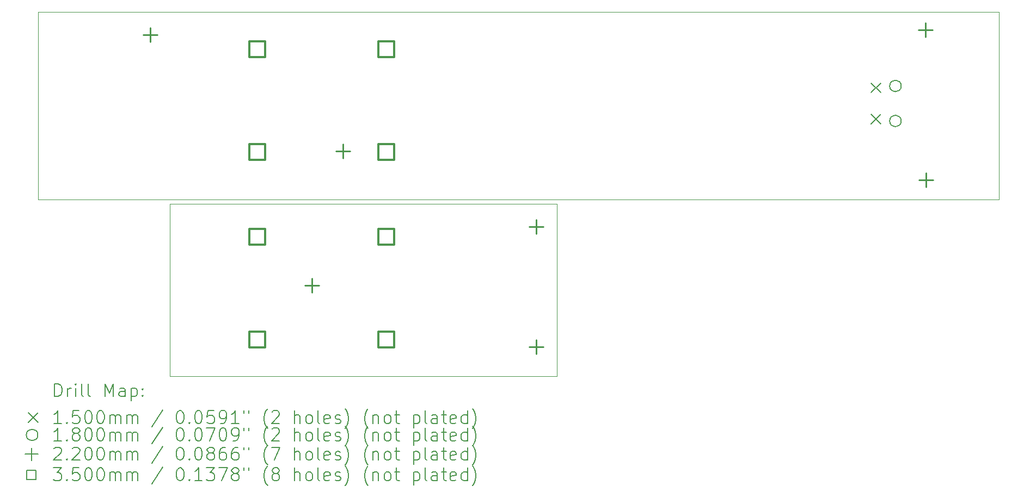
<source format=gbr>
%TF.GenerationSoftware,KiCad,Pcbnew,8.0.4*%
%TF.CreationDate,2024-07-21T02:26:01-05:00*%
%TF.ProjectId,Glass,476c6173-732e-46b6-9963-61645f706362,rev?*%
%TF.SameCoordinates,Original*%
%TF.FileFunction,Drillmap*%
%TF.FilePolarity,Positive*%
%FSLAX45Y45*%
G04 Gerber Fmt 4.5, Leading zero omitted, Abs format (unit mm)*
G04 Created by KiCad (PCBNEW 8.0.4) date 2024-07-21 02:26:01*
%MOMM*%
%LPD*%
G01*
G04 APERTURE LIST*
%ADD10C,0.100000*%
%ADD11C,0.200000*%
%ADD12C,0.150000*%
%ADD13C,0.180000*%
%ADD14C,0.220000*%
%ADD15C,0.350000*%
G04 APERTURE END LIST*
D10*
X23095000Y-4097000D02*
X8150000Y-4097000D01*
X23095000Y-7011000D02*
X8150000Y-7011000D01*
X23095000Y-4097000D02*
X23095000Y-7011000D01*
X8150000Y-7011000D02*
X8150000Y-4097000D01*
X16215000Y-7081000D02*
X10196000Y-7081000D01*
X10196000Y-7081000D02*
X10196000Y-9766000D01*
X16215000Y-9766000D02*
X16215000Y-7081000D01*
X10196000Y-9766000D02*
X16215000Y-9766000D01*
D11*
D12*
X21104000Y-5201500D02*
X21254000Y-5351500D01*
X21254000Y-5201500D02*
X21104000Y-5351500D01*
X21104000Y-5686500D02*
X21254000Y-5836500D01*
X21254000Y-5686500D02*
X21104000Y-5836500D01*
D13*
X21572000Y-5246500D02*
G75*
G02*
X21392000Y-5246500I-90000J0D01*
G01*
X21392000Y-5246500D02*
G75*
G02*
X21572000Y-5246500I90000J0D01*
G01*
X21572000Y-5791500D02*
G75*
G02*
X21392000Y-5791500I-90000J0D01*
G01*
X21392000Y-5791500D02*
G75*
G02*
X21572000Y-5791500I90000J0D01*
G01*
D14*
X9895000Y-4343000D02*
X9895000Y-4563000D01*
X9785000Y-4453000D02*
X10005000Y-4453000D01*
X12405000Y-8247000D02*
X12405000Y-8467000D01*
X12295000Y-8357000D02*
X12515000Y-8357000D01*
X12890000Y-6155000D02*
X12890000Y-6375000D01*
X12780000Y-6265000D02*
X13000000Y-6265000D01*
X15895000Y-7332000D02*
X15895000Y-7552000D01*
X15785000Y-7442000D02*
X16005000Y-7442000D01*
X15895000Y-9202000D02*
X15895000Y-9422000D01*
X15785000Y-9312000D02*
X16005000Y-9312000D01*
X21953000Y-4267000D02*
X21953000Y-4487000D01*
X21843000Y-4377000D02*
X22063000Y-4377000D01*
X21957000Y-6600000D02*
X21957000Y-6820000D01*
X21847000Y-6710000D02*
X22067000Y-6710000D01*
D15*
X11679745Y-7721745D02*
X11679745Y-7474255D01*
X11432255Y-7474255D01*
X11432255Y-7721745D01*
X11679745Y-7721745D01*
X11679745Y-9321745D02*
X11679745Y-9074255D01*
X11432255Y-9074255D01*
X11432255Y-9321745D01*
X11679745Y-9321745D01*
X11680745Y-4797745D02*
X11680745Y-4550255D01*
X11433255Y-4550255D01*
X11433255Y-4797745D01*
X11680745Y-4797745D01*
X11680745Y-6397745D02*
X11680745Y-6150255D01*
X11433255Y-6150255D01*
X11433255Y-6397745D01*
X11680745Y-6397745D01*
X13685745Y-7721745D02*
X13685745Y-7474255D01*
X13438255Y-7474255D01*
X13438255Y-7721745D01*
X13685745Y-7721745D01*
X13685745Y-9321745D02*
X13685745Y-9074255D01*
X13438255Y-9074255D01*
X13438255Y-9321745D01*
X13685745Y-9321745D01*
X13686745Y-4797745D02*
X13686745Y-4550255D01*
X13439255Y-4550255D01*
X13439255Y-4797745D01*
X13686745Y-4797745D01*
X13686745Y-6397745D02*
X13686745Y-6150255D01*
X13439255Y-6150255D01*
X13439255Y-6397745D01*
X13686745Y-6397745D01*
D11*
X8405777Y-10082484D02*
X8405777Y-9882484D01*
X8405777Y-9882484D02*
X8453396Y-9882484D01*
X8453396Y-9882484D02*
X8481967Y-9892008D01*
X8481967Y-9892008D02*
X8501015Y-9911055D01*
X8501015Y-9911055D02*
X8510539Y-9930103D01*
X8510539Y-9930103D02*
X8520063Y-9968198D01*
X8520063Y-9968198D02*
X8520063Y-9996770D01*
X8520063Y-9996770D02*
X8510539Y-10034865D01*
X8510539Y-10034865D02*
X8501015Y-10053912D01*
X8501015Y-10053912D02*
X8481967Y-10072960D01*
X8481967Y-10072960D02*
X8453396Y-10082484D01*
X8453396Y-10082484D02*
X8405777Y-10082484D01*
X8605777Y-10082484D02*
X8605777Y-9949150D01*
X8605777Y-9987246D02*
X8615301Y-9968198D01*
X8615301Y-9968198D02*
X8624824Y-9958674D01*
X8624824Y-9958674D02*
X8643872Y-9949150D01*
X8643872Y-9949150D02*
X8662920Y-9949150D01*
X8729586Y-10082484D02*
X8729586Y-9949150D01*
X8729586Y-9882484D02*
X8720063Y-9892008D01*
X8720063Y-9892008D02*
X8729586Y-9901531D01*
X8729586Y-9901531D02*
X8739110Y-9892008D01*
X8739110Y-9892008D02*
X8729586Y-9882484D01*
X8729586Y-9882484D02*
X8729586Y-9901531D01*
X8853396Y-10082484D02*
X8834348Y-10072960D01*
X8834348Y-10072960D02*
X8824824Y-10053912D01*
X8824824Y-10053912D02*
X8824824Y-9882484D01*
X8958158Y-10082484D02*
X8939110Y-10072960D01*
X8939110Y-10072960D02*
X8929586Y-10053912D01*
X8929586Y-10053912D02*
X8929586Y-9882484D01*
X9186729Y-10082484D02*
X9186729Y-9882484D01*
X9186729Y-9882484D02*
X9253396Y-10025341D01*
X9253396Y-10025341D02*
X9320063Y-9882484D01*
X9320063Y-9882484D02*
X9320063Y-10082484D01*
X9501015Y-10082484D02*
X9501015Y-9977722D01*
X9501015Y-9977722D02*
X9491491Y-9958674D01*
X9491491Y-9958674D02*
X9472444Y-9949150D01*
X9472444Y-9949150D02*
X9434348Y-9949150D01*
X9434348Y-9949150D02*
X9415301Y-9958674D01*
X9501015Y-10072960D02*
X9481967Y-10082484D01*
X9481967Y-10082484D02*
X9434348Y-10082484D01*
X9434348Y-10082484D02*
X9415301Y-10072960D01*
X9415301Y-10072960D02*
X9405777Y-10053912D01*
X9405777Y-10053912D02*
X9405777Y-10034865D01*
X9405777Y-10034865D02*
X9415301Y-10015817D01*
X9415301Y-10015817D02*
X9434348Y-10006293D01*
X9434348Y-10006293D02*
X9481967Y-10006293D01*
X9481967Y-10006293D02*
X9501015Y-9996770D01*
X9596253Y-9949150D02*
X9596253Y-10149150D01*
X9596253Y-9958674D02*
X9615301Y-9949150D01*
X9615301Y-9949150D02*
X9653396Y-9949150D01*
X9653396Y-9949150D02*
X9672444Y-9958674D01*
X9672444Y-9958674D02*
X9681967Y-9968198D01*
X9681967Y-9968198D02*
X9691491Y-9987246D01*
X9691491Y-9987246D02*
X9691491Y-10044389D01*
X9691491Y-10044389D02*
X9681967Y-10063436D01*
X9681967Y-10063436D02*
X9672444Y-10072960D01*
X9672444Y-10072960D02*
X9653396Y-10082484D01*
X9653396Y-10082484D02*
X9615301Y-10082484D01*
X9615301Y-10082484D02*
X9596253Y-10072960D01*
X9777205Y-10063436D02*
X9786729Y-10072960D01*
X9786729Y-10072960D02*
X9777205Y-10082484D01*
X9777205Y-10082484D02*
X9767682Y-10072960D01*
X9767682Y-10072960D02*
X9777205Y-10063436D01*
X9777205Y-10063436D02*
X9777205Y-10082484D01*
X9777205Y-9958674D02*
X9786729Y-9968198D01*
X9786729Y-9968198D02*
X9777205Y-9977722D01*
X9777205Y-9977722D02*
X9767682Y-9968198D01*
X9767682Y-9968198D02*
X9777205Y-9958674D01*
X9777205Y-9958674D02*
X9777205Y-9977722D01*
D12*
X7995000Y-10336000D02*
X8145000Y-10486000D01*
X8145000Y-10336000D02*
X7995000Y-10486000D01*
D11*
X8510539Y-10502484D02*
X8396253Y-10502484D01*
X8453396Y-10502484D02*
X8453396Y-10302484D01*
X8453396Y-10302484D02*
X8434348Y-10331055D01*
X8434348Y-10331055D02*
X8415301Y-10350103D01*
X8415301Y-10350103D02*
X8396253Y-10359627D01*
X8596253Y-10483436D02*
X8605777Y-10492960D01*
X8605777Y-10492960D02*
X8596253Y-10502484D01*
X8596253Y-10502484D02*
X8586729Y-10492960D01*
X8586729Y-10492960D02*
X8596253Y-10483436D01*
X8596253Y-10483436D02*
X8596253Y-10502484D01*
X8786729Y-10302484D02*
X8691491Y-10302484D01*
X8691491Y-10302484D02*
X8681967Y-10397722D01*
X8681967Y-10397722D02*
X8691491Y-10388198D01*
X8691491Y-10388198D02*
X8710539Y-10378674D01*
X8710539Y-10378674D02*
X8758158Y-10378674D01*
X8758158Y-10378674D02*
X8777205Y-10388198D01*
X8777205Y-10388198D02*
X8786729Y-10397722D01*
X8786729Y-10397722D02*
X8796253Y-10416770D01*
X8796253Y-10416770D02*
X8796253Y-10464389D01*
X8796253Y-10464389D02*
X8786729Y-10483436D01*
X8786729Y-10483436D02*
X8777205Y-10492960D01*
X8777205Y-10492960D02*
X8758158Y-10502484D01*
X8758158Y-10502484D02*
X8710539Y-10502484D01*
X8710539Y-10502484D02*
X8691491Y-10492960D01*
X8691491Y-10492960D02*
X8681967Y-10483436D01*
X8920063Y-10302484D02*
X8939110Y-10302484D01*
X8939110Y-10302484D02*
X8958158Y-10312008D01*
X8958158Y-10312008D02*
X8967682Y-10321531D01*
X8967682Y-10321531D02*
X8977205Y-10340579D01*
X8977205Y-10340579D02*
X8986729Y-10378674D01*
X8986729Y-10378674D02*
X8986729Y-10426293D01*
X8986729Y-10426293D02*
X8977205Y-10464389D01*
X8977205Y-10464389D02*
X8967682Y-10483436D01*
X8967682Y-10483436D02*
X8958158Y-10492960D01*
X8958158Y-10492960D02*
X8939110Y-10502484D01*
X8939110Y-10502484D02*
X8920063Y-10502484D01*
X8920063Y-10502484D02*
X8901015Y-10492960D01*
X8901015Y-10492960D02*
X8891491Y-10483436D01*
X8891491Y-10483436D02*
X8881967Y-10464389D01*
X8881967Y-10464389D02*
X8872444Y-10426293D01*
X8872444Y-10426293D02*
X8872444Y-10378674D01*
X8872444Y-10378674D02*
X8881967Y-10340579D01*
X8881967Y-10340579D02*
X8891491Y-10321531D01*
X8891491Y-10321531D02*
X8901015Y-10312008D01*
X8901015Y-10312008D02*
X8920063Y-10302484D01*
X9110539Y-10302484D02*
X9129586Y-10302484D01*
X9129586Y-10302484D02*
X9148634Y-10312008D01*
X9148634Y-10312008D02*
X9158158Y-10321531D01*
X9158158Y-10321531D02*
X9167682Y-10340579D01*
X9167682Y-10340579D02*
X9177205Y-10378674D01*
X9177205Y-10378674D02*
X9177205Y-10426293D01*
X9177205Y-10426293D02*
X9167682Y-10464389D01*
X9167682Y-10464389D02*
X9158158Y-10483436D01*
X9158158Y-10483436D02*
X9148634Y-10492960D01*
X9148634Y-10492960D02*
X9129586Y-10502484D01*
X9129586Y-10502484D02*
X9110539Y-10502484D01*
X9110539Y-10502484D02*
X9091491Y-10492960D01*
X9091491Y-10492960D02*
X9081967Y-10483436D01*
X9081967Y-10483436D02*
X9072444Y-10464389D01*
X9072444Y-10464389D02*
X9062920Y-10426293D01*
X9062920Y-10426293D02*
X9062920Y-10378674D01*
X9062920Y-10378674D02*
X9072444Y-10340579D01*
X9072444Y-10340579D02*
X9081967Y-10321531D01*
X9081967Y-10321531D02*
X9091491Y-10312008D01*
X9091491Y-10312008D02*
X9110539Y-10302484D01*
X9262920Y-10502484D02*
X9262920Y-10369150D01*
X9262920Y-10388198D02*
X9272444Y-10378674D01*
X9272444Y-10378674D02*
X9291491Y-10369150D01*
X9291491Y-10369150D02*
X9320063Y-10369150D01*
X9320063Y-10369150D02*
X9339110Y-10378674D01*
X9339110Y-10378674D02*
X9348634Y-10397722D01*
X9348634Y-10397722D02*
X9348634Y-10502484D01*
X9348634Y-10397722D02*
X9358158Y-10378674D01*
X9358158Y-10378674D02*
X9377205Y-10369150D01*
X9377205Y-10369150D02*
X9405777Y-10369150D01*
X9405777Y-10369150D02*
X9424825Y-10378674D01*
X9424825Y-10378674D02*
X9434348Y-10397722D01*
X9434348Y-10397722D02*
X9434348Y-10502484D01*
X9529586Y-10502484D02*
X9529586Y-10369150D01*
X9529586Y-10388198D02*
X9539110Y-10378674D01*
X9539110Y-10378674D02*
X9558158Y-10369150D01*
X9558158Y-10369150D02*
X9586729Y-10369150D01*
X9586729Y-10369150D02*
X9605777Y-10378674D01*
X9605777Y-10378674D02*
X9615301Y-10397722D01*
X9615301Y-10397722D02*
X9615301Y-10502484D01*
X9615301Y-10397722D02*
X9624825Y-10378674D01*
X9624825Y-10378674D02*
X9643872Y-10369150D01*
X9643872Y-10369150D02*
X9672444Y-10369150D01*
X9672444Y-10369150D02*
X9691491Y-10378674D01*
X9691491Y-10378674D02*
X9701015Y-10397722D01*
X9701015Y-10397722D02*
X9701015Y-10502484D01*
X10091491Y-10292960D02*
X9920063Y-10550103D01*
X10348634Y-10302484D02*
X10367682Y-10302484D01*
X10367682Y-10302484D02*
X10386729Y-10312008D01*
X10386729Y-10312008D02*
X10396253Y-10321531D01*
X10396253Y-10321531D02*
X10405777Y-10340579D01*
X10405777Y-10340579D02*
X10415301Y-10378674D01*
X10415301Y-10378674D02*
X10415301Y-10426293D01*
X10415301Y-10426293D02*
X10405777Y-10464389D01*
X10405777Y-10464389D02*
X10396253Y-10483436D01*
X10396253Y-10483436D02*
X10386729Y-10492960D01*
X10386729Y-10492960D02*
X10367682Y-10502484D01*
X10367682Y-10502484D02*
X10348634Y-10502484D01*
X10348634Y-10502484D02*
X10329587Y-10492960D01*
X10329587Y-10492960D02*
X10320063Y-10483436D01*
X10320063Y-10483436D02*
X10310539Y-10464389D01*
X10310539Y-10464389D02*
X10301015Y-10426293D01*
X10301015Y-10426293D02*
X10301015Y-10378674D01*
X10301015Y-10378674D02*
X10310539Y-10340579D01*
X10310539Y-10340579D02*
X10320063Y-10321531D01*
X10320063Y-10321531D02*
X10329587Y-10312008D01*
X10329587Y-10312008D02*
X10348634Y-10302484D01*
X10501015Y-10483436D02*
X10510539Y-10492960D01*
X10510539Y-10492960D02*
X10501015Y-10502484D01*
X10501015Y-10502484D02*
X10491491Y-10492960D01*
X10491491Y-10492960D02*
X10501015Y-10483436D01*
X10501015Y-10483436D02*
X10501015Y-10502484D01*
X10634348Y-10302484D02*
X10653396Y-10302484D01*
X10653396Y-10302484D02*
X10672444Y-10312008D01*
X10672444Y-10312008D02*
X10681968Y-10321531D01*
X10681968Y-10321531D02*
X10691491Y-10340579D01*
X10691491Y-10340579D02*
X10701015Y-10378674D01*
X10701015Y-10378674D02*
X10701015Y-10426293D01*
X10701015Y-10426293D02*
X10691491Y-10464389D01*
X10691491Y-10464389D02*
X10681968Y-10483436D01*
X10681968Y-10483436D02*
X10672444Y-10492960D01*
X10672444Y-10492960D02*
X10653396Y-10502484D01*
X10653396Y-10502484D02*
X10634348Y-10502484D01*
X10634348Y-10502484D02*
X10615301Y-10492960D01*
X10615301Y-10492960D02*
X10605777Y-10483436D01*
X10605777Y-10483436D02*
X10596253Y-10464389D01*
X10596253Y-10464389D02*
X10586729Y-10426293D01*
X10586729Y-10426293D02*
X10586729Y-10378674D01*
X10586729Y-10378674D02*
X10596253Y-10340579D01*
X10596253Y-10340579D02*
X10605777Y-10321531D01*
X10605777Y-10321531D02*
X10615301Y-10312008D01*
X10615301Y-10312008D02*
X10634348Y-10302484D01*
X10881968Y-10302484D02*
X10786729Y-10302484D01*
X10786729Y-10302484D02*
X10777206Y-10397722D01*
X10777206Y-10397722D02*
X10786729Y-10388198D01*
X10786729Y-10388198D02*
X10805777Y-10378674D01*
X10805777Y-10378674D02*
X10853396Y-10378674D01*
X10853396Y-10378674D02*
X10872444Y-10388198D01*
X10872444Y-10388198D02*
X10881968Y-10397722D01*
X10881968Y-10397722D02*
X10891491Y-10416770D01*
X10891491Y-10416770D02*
X10891491Y-10464389D01*
X10891491Y-10464389D02*
X10881968Y-10483436D01*
X10881968Y-10483436D02*
X10872444Y-10492960D01*
X10872444Y-10492960D02*
X10853396Y-10502484D01*
X10853396Y-10502484D02*
X10805777Y-10502484D01*
X10805777Y-10502484D02*
X10786729Y-10492960D01*
X10786729Y-10492960D02*
X10777206Y-10483436D01*
X10986729Y-10502484D02*
X11024825Y-10502484D01*
X11024825Y-10502484D02*
X11043872Y-10492960D01*
X11043872Y-10492960D02*
X11053396Y-10483436D01*
X11053396Y-10483436D02*
X11072444Y-10454865D01*
X11072444Y-10454865D02*
X11081968Y-10416770D01*
X11081968Y-10416770D02*
X11081968Y-10340579D01*
X11081968Y-10340579D02*
X11072444Y-10321531D01*
X11072444Y-10321531D02*
X11062920Y-10312008D01*
X11062920Y-10312008D02*
X11043872Y-10302484D01*
X11043872Y-10302484D02*
X11005777Y-10302484D01*
X11005777Y-10302484D02*
X10986729Y-10312008D01*
X10986729Y-10312008D02*
X10977206Y-10321531D01*
X10977206Y-10321531D02*
X10967682Y-10340579D01*
X10967682Y-10340579D02*
X10967682Y-10388198D01*
X10967682Y-10388198D02*
X10977206Y-10407246D01*
X10977206Y-10407246D02*
X10986729Y-10416770D01*
X10986729Y-10416770D02*
X11005777Y-10426293D01*
X11005777Y-10426293D02*
X11043872Y-10426293D01*
X11043872Y-10426293D02*
X11062920Y-10416770D01*
X11062920Y-10416770D02*
X11072444Y-10407246D01*
X11072444Y-10407246D02*
X11081968Y-10388198D01*
X11272444Y-10502484D02*
X11158158Y-10502484D01*
X11215301Y-10502484D02*
X11215301Y-10302484D01*
X11215301Y-10302484D02*
X11196253Y-10331055D01*
X11196253Y-10331055D02*
X11177206Y-10350103D01*
X11177206Y-10350103D02*
X11158158Y-10359627D01*
X11348634Y-10302484D02*
X11348634Y-10340579D01*
X11424825Y-10302484D02*
X11424825Y-10340579D01*
X11720063Y-10578674D02*
X11710539Y-10569150D01*
X11710539Y-10569150D02*
X11691491Y-10540579D01*
X11691491Y-10540579D02*
X11681968Y-10521531D01*
X11681968Y-10521531D02*
X11672444Y-10492960D01*
X11672444Y-10492960D02*
X11662920Y-10445341D01*
X11662920Y-10445341D02*
X11662920Y-10407246D01*
X11662920Y-10407246D02*
X11672444Y-10359627D01*
X11672444Y-10359627D02*
X11681968Y-10331055D01*
X11681968Y-10331055D02*
X11691491Y-10312008D01*
X11691491Y-10312008D02*
X11710539Y-10283436D01*
X11710539Y-10283436D02*
X11720063Y-10273912D01*
X11786729Y-10321531D02*
X11796253Y-10312008D01*
X11796253Y-10312008D02*
X11815301Y-10302484D01*
X11815301Y-10302484D02*
X11862920Y-10302484D01*
X11862920Y-10302484D02*
X11881968Y-10312008D01*
X11881968Y-10312008D02*
X11891491Y-10321531D01*
X11891491Y-10321531D02*
X11901015Y-10340579D01*
X11901015Y-10340579D02*
X11901015Y-10359627D01*
X11901015Y-10359627D02*
X11891491Y-10388198D01*
X11891491Y-10388198D02*
X11777206Y-10502484D01*
X11777206Y-10502484D02*
X11901015Y-10502484D01*
X12139110Y-10502484D02*
X12139110Y-10302484D01*
X12224825Y-10502484D02*
X12224825Y-10397722D01*
X12224825Y-10397722D02*
X12215301Y-10378674D01*
X12215301Y-10378674D02*
X12196253Y-10369150D01*
X12196253Y-10369150D02*
X12167682Y-10369150D01*
X12167682Y-10369150D02*
X12148634Y-10378674D01*
X12148634Y-10378674D02*
X12139110Y-10388198D01*
X12348634Y-10502484D02*
X12329587Y-10492960D01*
X12329587Y-10492960D02*
X12320063Y-10483436D01*
X12320063Y-10483436D02*
X12310539Y-10464389D01*
X12310539Y-10464389D02*
X12310539Y-10407246D01*
X12310539Y-10407246D02*
X12320063Y-10388198D01*
X12320063Y-10388198D02*
X12329587Y-10378674D01*
X12329587Y-10378674D02*
X12348634Y-10369150D01*
X12348634Y-10369150D02*
X12377206Y-10369150D01*
X12377206Y-10369150D02*
X12396253Y-10378674D01*
X12396253Y-10378674D02*
X12405777Y-10388198D01*
X12405777Y-10388198D02*
X12415301Y-10407246D01*
X12415301Y-10407246D02*
X12415301Y-10464389D01*
X12415301Y-10464389D02*
X12405777Y-10483436D01*
X12405777Y-10483436D02*
X12396253Y-10492960D01*
X12396253Y-10492960D02*
X12377206Y-10502484D01*
X12377206Y-10502484D02*
X12348634Y-10502484D01*
X12529587Y-10502484D02*
X12510539Y-10492960D01*
X12510539Y-10492960D02*
X12501015Y-10473912D01*
X12501015Y-10473912D02*
X12501015Y-10302484D01*
X12681968Y-10492960D02*
X12662920Y-10502484D01*
X12662920Y-10502484D02*
X12624825Y-10502484D01*
X12624825Y-10502484D02*
X12605777Y-10492960D01*
X12605777Y-10492960D02*
X12596253Y-10473912D01*
X12596253Y-10473912D02*
X12596253Y-10397722D01*
X12596253Y-10397722D02*
X12605777Y-10378674D01*
X12605777Y-10378674D02*
X12624825Y-10369150D01*
X12624825Y-10369150D02*
X12662920Y-10369150D01*
X12662920Y-10369150D02*
X12681968Y-10378674D01*
X12681968Y-10378674D02*
X12691491Y-10397722D01*
X12691491Y-10397722D02*
X12691491Y-10416770D01*
X12691491Y-10416770D02*
X12596253Y-10435817D01*
X12767682Y-10492960D02*
X12786730Y-10502484D01*
X12786730Y-10502484D02*
X12824825Y-10502484D01*
X12824825Y-10502484D02*
X12843872Y-10492960D01*
X12843872Y-10492960D02*
X12853396Y-10473912D01*
X12853396Y-10473912D02*
X12853396Y-10464389D01*
X12853396Y-10464389D02*
X12843872Y-10445341D01*
X12843872Y-10445341D02*
X12824825Y-10435817D01*
X12824825Y-10435817D02*
X12796253Y-10435817D01*
X12796253Y-10435817D02*
X12777206Y-10426293D01*
X12777206Y-10426293D02*
X12767682Y-10407246D01*
X12767682Y-10407246D02*
X12767682Y-10397722D01*
X12767682Y-10397722D02*
X12777206Y-10378674D01*
X12777206Y-10378674D02*
X12796253Y-10369150D01*
X12796253Y-10369150D02*
X12824825Y-10369150D01*
X12824825Y-10369150D02*
X12843872Y-10378674D01*
X12920063Y-10578674D02*
X12929587Y-10569150D01*
X12929587Y-10569150D02*
X12948634Y-10540579D01*
X12948634Y-10540579D02*
X12958158Y-10521531D01*
X12958158Y-10521531D02*
X12967682Y-10492960D01*
X12967682Y-10492960D02*
X12977206Y-10445341D01*
X12977206Y-10445341D02*
X12977206Y-10407246D01*
X12977206Y-10407246D02*
X12967682Y-10359627D01*
X12967682Y-10359627D02*
X12958158Y-10331055D01*
X12958158Y-10331055D02*
X12948634Y-10312008D01*
X12948634Y-10312008D02*
X12929587Y-10283436D01*
X12929587Y-10283436D02*
X12920063Y-10273912D01*
X13281968Y-10578674D02*
X13272444Y-10569150D01*
X13272444Y-10569150D02*
X13253396Y-10540579D01*
X13253396Y-10540579D02*
X13243872Y-10521531D01*
X13243872Y-10521531D02*
X13234349Y-10492960D01*
X13234349Y-10492960D02*
X13224825Y-10445341D01*
X13224825Y-10445341D02*
X13224825Y-10407246D01*
X13224825Y-10407246D02*
X13234349Y-10359627D01*
X13234349Y-10359627D02*
X13243872Y-10331055D01*
X13243872Y-10331055D02*
X13253396Y-10312008D01*
X13253396Y-10312008D02*
X13272444Y-10283436D01*
X13272444Y-10283436D02*
X13281968Y-10273912D01*
X13358158Y-10369150D02*
X13358158Y-10502484D01*
X13358158Y-10388198D02*
X13367682Y-10378674D01*
X13367682Y-10378674D02*
X13386730Y-10369150D01*
X13386730Y-10369150D02*
X13415301Y-10369150D01*
X13415301Y-10369150D02*
X13434349Y-10378674D01*
X13434349Y-10378674D02*
X13443872Y-10397722D01*
X13443872Y-10397722D02*
X13443872Y-10502484D01*
X13567682Y-10502484D02*
X13548634Y-10492960D01*
X13548634Y-10492960D02*
X13539111Y-10483436D01*
X13539111Y-10483436D02*
X13529587Y-10464389D01*
X13529587Y-10464389D02*
X13529587Y-10407246D01*
X13529587Y-10407246D02*
X13539111Y-10388198D01*
X13539111Y-10388198D02*
X13548634Y-10378674D01*
X13548634Y-10378674D02*
X13567682Y-10369150D01*
X13567682Y-10369150D02*
X13596253Y-10369150D01*
X13596253Y-10369150D02*
X13615301Y-10378674D01*
X13615301Y-10378674D02*
X13624825Y-10388198D01*
X13624825Y-10388198D02*
X13634349Y-10407246D01*
X13634349Y-10407246D02*
X13634349Y-10464389D01*
X13634349Y-10464389D02*
X13624825Y-10483436D01*
X13624825Y-10483436D02*
X13615301Y-10492960D01*
X13615301Y-10492960D02*
X13596253Y-10502484D01*
X13596253Y-10502484D02*
X13567682Y-10502484D01*
X13691492Y-10369150D02*
X13767682Y-10369150D01*
X13720063Y-10302484D02*
X13720063Y-10473912D01*
X13720063Y-10473912D02*
X13729587Y-10492960D01*
X13729587Y-10492960D02*
X13748634Y-10502484D01*
X13748634Y-10502484D02*
X13767682Y-10502484D01*
X13986730Y-10369150D02*
X13986730Y-10569150D01*
X13986730Y-10378674D02*
X14005777Y-10369150D01*
X14005777Y-10369150D02*
X14043873Y-10369150D01*
X14043873Y-10369150D02*
X14062920Y-10378674D01*
X14062920Y-10378674D02*
X14072444Y-10388198D01*
X14072444Y-10388198D02*
X14081968Y-10407246D01*
X14081968Y-10407246D02*
X14081968Y-10464389D01*
X14081968Y-10464389D02*
X14072444Y-10483436D01*
X14072444Y-10483436D02*
X14062920Y-10492960D01*
X14062920Y-10492960D02*
X14043873Y-10502484D01*
X14043873Y-10502484D02*
X14005777Y-10502484D01*
X14005777Y-10502484D02*
X13986730Y-10492960D01*
X14196253Y-10502484D02*
X14177206Y-10492960D01*
X14177206Y-10492960D02*
X14167682Y-10473912D01*
X14167682Y-10473912D02*
X14167682Y-10302484D01*
X14358158Y-10502484D02*
X14358158Y-10397722D01*
X14358158Y-10397722D02*
X14348634Y-10378674D01*
X14348634Y-10378674D02*
X14329587Y-10369150D01*
X14329587Y-10369150D02*
X14291492Y-10369150D01*
X14291492Y-10369150D02*
X14272444Y-10378674D01*
X14358158Y-10492960D02*
X14339111Y-10502484D01*
X14339111Y-10502484D02*
X14291492Y-10502484D01*
X14291492Y-10502484D02*
X14272444Y-10492960D01*
X14272444Y-10492960D02*
X14262920Y-10473912D01*
X14262920Y-10473912D02*
X14262920Y-10454865D01*
X14262920Y-10454865D02*
X14272444Y-10435817D01*
X14272444Y-10435817D02*
X14291492Y-10426293D01*
X14291492Y-10426293D02*
X14339111Y-10426293D01*
X14339111Y-10426293D02*
X14358158Y-10416770D01*
X14424825Y-10369150D02*
X14501015Y-10369150D01*
X14453396Y-10302484D02*
X14453396Y-10473912D01*
X14453396Y-10473912D02*
X14462920Y-10492960D01*
X14462920Y-10492960D02*
X14481968Y-10502484D01*
X14481968Y-10502484D02*
X14501015Y-10502484D01*
X14643873Y-10492960D02*
X14624825Y-10502484D01*
X14624825Y-10502484D02*
X14586730Y-10502484D01*
X14586730Y-10502484D02*
X14567682Y-10492960D01*
X14567682Y-10492960D02*
X14558158Y-10473912D01*
X14558158Y-10473912D02*
X14558158Y-10397722D01*
X14558158Y-10397722D02*
X14567682Y-10378674D01*
X14567682Y-10378674D02*
X14586730Y-10369150D01*
X14586730Y-10369150D02*
X14624825Y-10369150D01*
X14624825Y-10369150D02*
X14643873Y-10378674D01*
X14643873Y-10378674D02*
X14653396Y-10397722D01*
X14653396Y-10397722D02*
X14653396Y-10416770D01*
X14653396Y-10416770D02*
X14558158Y-10435817D01*
X14824825Y-10502484D02*
X14824825Y-10302484D01*
X14824825Y-10492960D02*
X14805777Y-10502484D01*
X14805777Y-10502484D02*
X14767682Y-10502484D01*
X14767682Y-10502484D02*
X14748634Y-10492960D01*
X14748634Y-10492960D02*
X14739111Y-10483436D01*
X14739111Y-10483436D02*
X14729587Y-10464389D01*
X14729587Y-10464389D02*
X14729587Y-10407246D01*
X14729587Y-10407246D02*
X14739111Y-10388198D01*
X14739111Y-10388198D02*
X14748634Y-10378674D01*
X14748634Y-10378674D02*
X14767682Y-10369150D01*
X14767682Y-10369150D02*
X14805777Y-10369150D01*
X14805777Y-10369150D02*
X14824825Y-10378674D01*
X14901015Y-10578674D02*
X14910539Y-10569150D01*
X14910539Y-10569150D02*
X14929587Y-10540579D01*
X14929587Y-10540579D02*
X14939111Y-10521531D01*
X14939111Y-10521531D02*
X14948634Y-10492960D01*
X14948634Y-10492960D02*
X14958158Y-10445341D01*
X14958158Y-10445341D02*
X14958158Y-10407246D01*
X14958158Y-10407246D02*
X14948634Y-10359627D01*
X14948634Y-10359627D02*
X14939111Y-10331055D01*
X14939111Y-10331055D02*
X14929587Y-10312008D01*
X14929587Y-10312008D02*
X14910539Y-10283436D01*
X14910539Y-10283436D02*
X14901015Y-10273912D01*
D13*
X8145000Y-10681000D02*
G75*
G02*
X7965000Y-10681000I-90000J0D01*
G01*
X7965000Y-10681000D02*
G75*
G02*
X8145000Y-10681000I90000J0D01*
G01*
D11*
X8510539Y-10772484D02*
X8396253Y-10772484D01*
X8453396Y-10772484D02*
X8453396Y-10572484D01*
X8453396Y-10572484D02*
X8434348Y-10601055D01*
X8434348Y-10601055D02*
X8415301Y-10620103D01*
X8415301Y-10620103D02*
X8396253Y-10629627D01*
X8596253Y-10753436D02*
X8605777Y-10762960D01*
X8605777Y-10762960D02*
X8596253Y-10772484D01*
X8596253Y-10772484D02*
X8586729Y-10762960D01*
X8586729Y-10762960D02*
X8596253Y-10753436D01*
X8596253Y-10753436D02*
X8596253Y-10772484D01*
X8720063Y-10658198D02*
X8701015Y-10648674D01*
X8701015Y-10648674D02*
X8691491Y-10639150D01*
X8691491Y-10639150D02*
X8681967Y-10620103D01*
X8681967Y-10620103D02*
X8681967Y-10610579D01*
X8681967Y-10610579D02*
X8691491Y-10591531D01*
X8691491Y-10591531D02*
X8701015Y-10582008D01*
X8701015Y-10582008D02*
X8720063Y-10572484D01*
X8720063Y-10572484D02*
X8758158Y-10572484D01*
X8758158Y-10572484D02*
X8777205Y-10582008D01*
X8777205Y-10582008D02*
X8786729Y-10591531D01*
X8786729Y-10591531D02*
X8796253Y-10610579D01*
X8796253Y-10610579D02*
X8796253Y-10620103D01*
X8796253Y-10620103D02*
X8786729Y-10639150D01*
X8786729Y-10639150D02*
X8777205Y-10648674D01*
X8777205Y-10648674D02*
X8758158Y-10658198D01*
X8758158Y-10658198D02*
X8720063Y-10658198D01*
X8720063Y-10658198D02*
X8701015Y-10667722D01*
X8701015Y-10667722D02*
X8691491Y-10677246D01*
X8691491Y-10677246D02*
X8681967Y-10696293D01*
X8681967Y-10696293D02*
X8681967Y-10734389D01*
X8681967Y-10734389D02*
X8691491Y-10753436D01*
X8691491Y-10753436D02*
X8701015Y-10762960D01*
X8701015Y-10762960D02*
X8720063Y-10772484D01*
X8720063Y-10772484D02*
X8758158Y-10772484D01*
X8758158Y-10772484D02*
X8777205Y-10762960D01*
X8777205Y-10762960D02*
X8786729Y-10753436D01*
X8786729Y-10753436D02*
X8796253Y-10734389D01*
X8796253Y-10734389D02*
X8796253Y-10696293D01*
X8796253Y-10696293D02*
X8786729Y-10677246D01*
X8786729Y-10677246D02*
X8777205Y-10667722D01*
X8777205Y-10667722D02*
X8758158Y-10658198D01*
X8920063Y-10572484D02*
X8939110Y-10572484D01*
X8939110Y-10572484D02*
X8958158Y-10582008D01*
X8958158Y-10582008D02*
X8967682Y-10591531D01*
X8967682Y-10591531D02*
X8977205Y-10610579D01*
X8977205Y-10610579D02*
X8986729Y-10648674D01*
X8986729Y-10648674D02*
X8986729Y-10696293D01*
X8986729Y-10696293D02*
X8977205Y-10734389D01*
X8977205Y-10734389D02*
X8967682Y-10753436D01*
X8967682Y-10753436D02*
X8958158Y-10762960D01*
X8958158Y-10762960D02*
X8939110Y-10772484D01*
X8939110Y-10772484D02*
X8920063Y-10772484D01*
X8920063Y-10772484D02*
X8901015Y-10762960D01*
X8901015Y-10762960D02*
X8891491Y-10753436D01*
X8891491Y-10753436D02*
X8881967Y-10734389D01*
X8881967Y-10734389D02*
X8872444Y-10696293D01*
X8872444Y-10696293D02*
X8872444Y-10648674D01*
X8872444Y-10648674D02*
X8881967Y-10610579D01*
X8881967Y-10610579D02*
X8891491Y-10591531D01*
X8891491Y-10591531D02*
X8901015Y-10582008D01*
X8901015Y-10582008D02*
X8920063Y-10572484D01*
X9110539Y-10572484D02*
X9129586Y-10572484D01*
X9129586Y-10572484D02*
X9148634Y-10582008D01*
X9148634Y-10582008D02*
X9158158Y-10591531D01*
X9158158Y-10591531D02*
X9167682Y-10610579D01*
X9167682Y-10610579D02*
X9177205Y-10648674D01*
X9177205Y-10648674D02*
X9177205Y-10696293D01*
X9177205Y-10696293D02*
X9167682Y-10734389D01*
X9167682Y-10734389D02*
X9158158Y-10753436D01*
X9158158Y-10753436D02*
X9148634Y-10762960D01*
X9148634Y-10762960D02*
X9129586Y-10772484D01*
X9129586Y-10772484D02*
X9110539Y-10772484D01*
X9110539Y-10772484D02*
X9091491Y-10762960D01*
X9091491Y-10762960D02*
X9081967Y-10753436D01*
X9081967Y-10753436D02*
X9072444Y-10734389D01*
X9072444Y-10734389D02*
X9062920Y-10696293D01*
X9062920Y-10696293D02*
X9062920Y-10648674D01*
X9062920Y-10648674D02*
X9072444Y-10610579D01*
X9072444Y-10610579D02*
X9081967Y-10591531D01*
X9081967Y-10591531D02*
X9091491Y-10582008D01*
X9091491Y-10582008D02*
X9110539Y-10572484D01*
X9262920Y-10772484D02*
X9262920Y-10639150D01*
X9262920Y-10658198D02*
X9272444Y-10648674D01*
X9272444Y-10648674D02*
X9291491Y-10639150D01*
X9291491Y-10639150D02*
X9320063Y-10639150D01*
X9320063Y-10639150D02*
X9339110Y-10648674D01*
X9339110Y-10648674D02*
X9348634Y-10667722D01*
X9348634Y-10667722D02*
X9348634Y-10772484D01*
X9348634Y-10667722D02*
X9358158Y-10648674D01*
X9358158Y-10648674D02*
X9377205Y-10639150D01*
X9377205Y-10639150D02*
X9405777Y-10639150D01*
X9405777Y-10639150D02*
X9424825Y-10648674D01*
X9424825Y-10648674D02*
X9434348Y-10667722D01*
X9434348Y-10667722D02*
X9434348Y-10772484D01*
X9529586Y-10772484D02*
X9529586Y-10639150D01*
X9529586Y-10658198D02*
X9539110Y-10648674D01*
X9539110Y-10648674D02*
X9558158Y-10639150D01*
X9558158Y-10639150D02*
X9586729Y-10639150D01*
X9586729Y-10639150D02*
X9605777Y-10648674D01*
X9605777Y-10648674D02*
X9615301Y-10667722D01*
X9615301Y-10667722D02*
X9615301Y-10772484D01*
X9615301Y-10667722D02*
X9624825Y-10648674D01*
X9624825Y-10648674D02*
X9643872Y-10639150D01*
X9643872Y-10639150D02*
X9672444Y-10639150D01*
X9672444Y-10639150D02*
X9691491Y-10648674D01*
X9691491Y-10648674D02*
X9701015Y-10667722D01*
X9701015Y-10667722D02*
X9701015Y-10772484D01*
X10091491Y-10562960D02*
X9920063Y-10820103D01*
X10348634Y-10572484D02*
X10367682Y-10572484D01*
X10367682Y-10572484D02*
X10386729Y-10582008D01*
X10386729Y-10582008D02*
X10396253Y-10591531D01*
X10396253Y-10591531D02*
X10405777Y-10610579D01*
X10405777Y-10610579D02*
X10415301Y-10648674D01*
X10415301Y-10648674D02*
X10415301Y-10696293D01*
X10415301Y-10696293D02*
X10405777Y-10734389D01*
X10405777Y-10734389D02*
X10396253Y-10753436D01*
X10396253Y-10753436D02*
X10386729Y-10762960D01*
X10386729Y-10762960D02*
X10367682Y-10772484D01*
X10367682Y-10772484D02*
X10348634Y-10772484D01*
X10348634Y-10772484D02*
X10329587Y-10762960D01*
X10329587Y-10762960D02*
X10320063Y-10753436D01*
X10320063Y-10753436D02*
X10310539Y-10734389D01*
X10310539Y-10734389D02*
X10301015Y-10696293D01*
X10301015Y-10696293D02*
X10301015Y-10648674D01*
X10301015Y-10648674D02*
X10310539Y-10610579D01*
X10310539Y-10610579D02*
X10320063Y-10591531D01*
X10320063Y-10591531D02*
X10329587Y-10582008D01*
X10329587Y-10582008D02*
X10348634Y-10572484D01*
X10501015Y-10753436D02*
X10510539Y-10762960D01*
X10510539Y-10762960D02*
X10501015Y-10772484D01*
X10501015Y-10772484D02*
X10491491Y-10762960D01*
X10491491Y-10762960D02*
X10501015Y-10753436D01*
X10501015Y-10753436D02*
X10501015Y-10772484D01*
X10634348Y-10572484D02*
X10653396Y-10572484D01*
X10653396Y-10572484D02*
X10672444Y-10582008D01*
X10672444Y-10582008D02*
X10681968Y-10591531D01*
X10681968Y-10591531D02*
X10691491Y-10610579D01*
X10691491Y-10610579D02*
X10701015Y-10648674D01*
X10701015Y-10648674D02*
X10701015Y-10696293D01*
X10701015Y-10696293D02*
X10691491Y-10734389D01*
X10691491Y-10734389D02*
X10681968Y-10753436D01*
X10681968Y-10753436D02*
X10672444Y-10762960D01*
X10672444Y-10762960D02*
X10653396Y-10772484D01*
X10653396Y-10772484D02*
X10634348Y-10772484D01*
X10634348Y-10772484D02*
X10615301Y-10762960D01*
X10615301Y-10762960D02*
X10605777Y-10753436D01*
X10605777Y-10753436D02*
X10596253Y-10734389D01*
X10596253Y-10734389D02*
X10586729Y-10696293D01*
X10586729Y-10696293D02*
X10586729Y-10648674D01*
X10586729Y-10648674D02*
X10596253Y-10610579D01*
X10596253Y-10610579D02*
X10605777Y-10591531D01*
X10605777Y-10591531D02*
X10615301Y-10582008D01*
X10615301Y-10582008D02*
X10634348Y-10572484D01*
X10767682Y-10572484D02*
X10901015Y-10572484D01*
X10901015Y-10572484D02*
X10815301Y-10772484D01*
X11015301Y-10572484D02*
X11034349Y-10572484D01*
X11034349Y-10572484D02*
X11053396Y-10582008D01*
X11053396Y-10582008D02*
X11062920Y-10591531D01*
X11062920Y-10591531D02*
X11072444Y-10610579D01*
X11072444Y-10610579D02*
X11081968Y-10648674D01*
X11081968Y-10648674D02*
X11081968Y-10696293D01*
X11081968Y-10696293D02*
X11072444Y-10734389D01*
X11072444Y-10734389D02*
X11062920Y-10753436D01*
X11062920Y-10753436D02*
X11053396Y-10762960D01*
X11053396Y-10762960D02*
X11034349Y-10772484D01*
X11034349Y-10772484D02*
X11015301Y-10772484D01*
X11015301Y-10772484D02*
X10996253Y-10762960D01*
X10996253Y-10762960D02*
X10986729Y-10753436D01*
X10986729Y-10753436D02*
X10977206Y-10734389D01*
X10977206Y-10734389D02*
X10967682Y-10696293D01*
X10967682Y-10696293D02*
X10967682Y-10648674D01*
X10967682Y-10648674D02*
X10977206Y-10610579D01*
X10977206Y-10610579D02*
X10986729Y-10591531D01*
X10986729Y-10591531D02*
X10996253Y-10582008D01*
X10996253Y-10582008D02*
X11015301Y-10572484D01*
X11177206Y-10772484D02*
X11215301Y-10772484D01*
X11215301Y-10772484D02*
X11234348Y-10762960D01*
X11234348Y-10762960D02*
X11243872Y-10753436D01*
X11243872Y-10753436D02*
X11262920Y-10724865D01*
X11262920Y-10724865D02*
X11272444Y-10686770D01*
X11272444Y-10686770D02*
X11272444Y-10610579D01*
X11272444Y-10610579D02*
X11262920Y-10591531D01*
X11262920Y-10591531D02*
X11253396Y-10582008D01*
X11253396Y-10582008D02*
X11234348Y-10572484D01*
X11234348Y-10572484D02*
X11196253Y-10572484D01*
X11196253Y-10572484D02*
X11177206Y-10582008D01*
X11177206Y-10582008D02*
X11167682Y-10591531D01*
X11167682Y-10591531D02*
X11158158Y-10610579D01*
X11158158Y-10610579D02*
X11158158Y-10658198D01*
X11158158Y-10658198D02*
X11167682Y-10677246D01*
X11167682Y-10677246D02*
X11177206Y-10686770D01*
X11177206Y-10686770D02*
X11196253Y-10696293D01*
X11196253Y-10696293D02*
X11234348Y-10696293D01*
X11234348Y-10696293D02*
X11253396Y-10686770D01*
X11253396Y-10686770D02*
X11262920Y-10677246D01*
X11262920Y-10677246D02*
X11272444Y-10658198D01*
X11348634Y-10572484D02*
X11348634Y-10610579D01*
X11424825Y-10572484D02*
X11424825Y-10610579D01*
X11720063Y-10848674D02*
X11710539Y-10839150D01*
X11710539Y-10839150D02*
X11691491Y-10810579D01*
X11691491Y-10810579D02*
X11681968Y-10791531D01*
X11681968Y-10791531D02*
X11672444Y-10762960D01*
X11672444Y-10762960D02*
X11662920Y-10715341D01*
X11662920Y-10715341D02*
X11662920Y-10677246D01*
X11662920Y-10677246D02*
X11672444Y-10629627D01*
X11672444Y-10629627D02*
X11681968Y-10601055D01*
X11681968Y-10601055D02*
X11691491Y-10582008D01*
X11691491Y-10582008D02*
X11710539Y-10553436D01*
X11710539Y-10553436D02*
X11720063Y-10543912D01*
X11786729Y-10591531D02*
X11796253Y-10582008D01*
X11796253Y-10582008D02*
X11815301Y-10572484D01*
X11815301Y-10572484D02*
X11862920Y-10572484D01*
X11862920Y-10572484D02*
X11881968Y-10582008D01*
X11881968Y-10582008D02*
X11891491Y-10591531D01*
X11891491Y-10591531D02*
X11901015Y-10610579D01*
X11901015Y-10610579D02*
X11901015Y-10629627D01*
X11901015Y-10629627D02*
X11891491Y-10658198D01*
X11891491Y-10658198D02*
X11777206Y-10772484D01*
X11777206Y-10772484D02*
X11901015Y-10772484D01*
X12139110Y-10772484D02*
X12139110Y-10572484D01*
X12224825Y-10772484D02*
X12224825Y-10667722D01*
X12224825Y-10667722D02*
X12215301Y-10648674D01*
X12215301Y-10648674D02*
X12196253Y-10639150D01*
X12196253Y-10639150D02*
X12167682Y-10639150D01*
X12167682Y-10639150D02*
X12148634Y-10648674D01*
X12148634Y-10648674D02*
X12139110Y-10658198D01*
X12348634Y-10772484D02*
X12329587Y-10762960D01*
X12329587Y-10762960D02*
X12320063Y-10753436D01*
X12320063Y-10753436D02*
X12310539Y-10734389D01*
X12310539Y-10734389D02*
X12310539Y-10677246D01*
X12310539Y-10677246D02*
X12320063Y-10658198D01*
X12320063Y-10658198D02*
X12329587Y-10648674D01*
X12329587Y-10648674D02*
X12348634Y-10639150D01*
X12348634Y-10639150D02*
X12377206Y-10639150D01*
X12377206Y-10639150D02*
X12396253Y-10648674D01*
X12396253Y-10648674D02*
X12405777Y-10658198D01*
X12405777Y-10658198D02*
X12415301Y-10677246D01*
X12415301Y-10677246D02*
X12415301Y-10734389D01*
X12415301Y-10734389D02*
X12405777Y-10753436D01*
X12405777Y-10753436D02*
X12396253Y-10762960D01*
X12396253Y-10762960D02*
X12377206Y-10772484D01*
X12377206Y-10772484D02*
X12348634Y-10772484D01*
X12529587Y-10772484D02*
X12510539Y-10762960D01*
X12510539Y-10762960D02*
X12501015Y-10743912D01*
X12501015Y-10743912D02*
X12501015Y-10572484D01*
X12681968Y-10762960D02*
X12662920Y-10772484D01*
X12662920Y-10772484D02*
X12624825Y-10772484D01*
X12624825Y-10772484D02*
X12605777Y-10762960D01*
X12605777Y-10762960D02*
X12596253Y-10743912D01*
X12596253Y-10743912D02*
X12596253Y-10667722D01*
X12596253Y-10667722D02*
X12605777Y-10648674D01*
X12605777Y-10648674D02*
X12624825Y-10639150D01*
X12624825Y-10639150D02*
X12662920Y-10639150D01*
X12662920Y-10639150D02*
X12681968Y-10648674D01*
X12681968Y-10648674D02*
X12691491Y-10667722D01*
X12691491Y-10667722D02*
X12691491Y-10686770D01*
X12691491Y-10686770D02*
X12596253Y-10705817D01*
X12767682Y-10762960D02*
X12786730Y-10772484D01*
X12786730Y-10772484D02*
X12824825Y-10772484D01*
X12824825Y-10772484D02*
X12843872Y-10762960D01*
X12843872Y-10762960D02*
X12853396Y-10743912D01*
X12853396Y-10743912D02*
X12853396Y-10734389D01*
X12853396Y-10734389D02*
X12843872Y-10715341D01*
X12843872Y-10715341D02*
X12824825Y-10705817D01*
X12824825Y-10705817D02*
X12796253Y-10705817D01*
X12796253Y-10705817D02*
X12777206Y-10696293D01*
X12777206Y-10696293D02*
X12767682Y-10677246D01*
X12767682Y-10677246D02*
X12767682Y-10667722D01*
X12767682Y-10667722D02*
X12777206Y-10648674D01*
X12777206Y-10648674D02*
X12796253Y-10639150D01*
X12796253Y-10639150D02*
X12824825Y-10639150D01*
X12824825Y-10639150D02*
X12843872Y-10648674D01*
X12920063Y-10848674D02*
X12929587Y-10839150D01*
X12929587Y-10839150D02*
X12948634Y-10810579D01*
X12948634Y-10810579D02*
X12958158Y-10791531D01*
X12958158Y-10791531D02*
X12967682Y-10762960D01*
X12967682Y-10762960D02*
X12977206Y-10715341D01*
X12977206Y-10715341D02*
X12977206Y-10677246D01*
X12977206Y-10677246D02*
X12967682Y-10629627D01*
X12967682Y-10629627D02*
X12958158Y-10601055D01*
X12958158Y-10601055D02*
X12948634Y-10582008D01*
X12948634Y-10582008D02*
X12929587Y-10553436D01*
X12929587Y-10553436D02*
X12920063Y-10543912D01*
X13281968Y-10848674D02*
X13272444Y-10839150D01*
X13272444Y-10839150D02*
X13253396Y-10810579D01*
X13253396Y-10810579D02*
X13243872Y-10791531D01*
X13243872Y-10791531D02*
X13234349Y-10762960D01*
X13234349Y-10762960D02*
X13224825Y-10715341D01*
X13224825Y-10715341D02*
X13224825Y-10677246D01*
X13224825Y-10677246D02*
X13234349Y-10629627D01*
X13234349Y-10629627D02*
X13243872Y-10601055D01*
X13243872Y-10601055D02*
X13253396Y-10582008D01*
X13253396Y-10582008D02*
X13272444Y-10553436D01*
X13272444Y-10553436D02*
X13281968Y-10543912D01*
X13358158Y-10639150D02*
X13358158Y-10772484D01*
X13358158Y-10658198D02*
X13367682Y-10648674D01*
X13367682Y-10648674D02*
X13386730Y-10639150D01*
X13386730Y-10639150D02*
X13415301Y-10639150D01*
X13415301Y-10639150D02*
X13434349Y-10648674D01*
X13434349Y-10648674D02*
X13443872Y-10667722D01*
X13443872Y-10667722D02*
X13443872Y-10772484D01*
X13567682Y-10772484D02*
X13548634Y-10762960D01*
X13548634Y-10762960D02*
X13539111Y-10753436D01*
X13539111Y-10753436D02*
X13529587Y-10734389D01*
X13529587Y-10734389D02*
X13529587Y-10677246D01*
X13529587Y-10677246D02*
X13539111Y-10658198D01*
X13539111Y-10658198D02*
X13548634Y-10648674D01*
X13548634Y-10648674D02*
X13567682Y-10639150D01*
X13567682Y-10639150D02*
X13596253Y-10639150D01*
X13596253Y-10639150D02*
X13615301Y-10648674D01*
X13615301Y-10648674D02*
X13624825Y-10658198D01*
X13624825Y-10658198D02*
X13634349Y-10677246D01*
X13634349Y-10677246D02*
X13634349Y-10734389D01*
X13634349Y-10734389D02*
X13624825Y-10753436D01*
X13624825Y-10753436D02*
X13615301Y-10762960D01*
X13615301Y-10762960D02*
X13596253Y-10772484D01*
X13596253Y-10772484D02*
X13567682Y-10772484D01*
X13691492Y-10639150D02*
X13767682Y-10639150D01*
X13720063Y-10572484D02*
X13720063Y-10743912D01*
X13720063Y-10743912D02*
X13729587Y-10762960D01*
X13729587Y-10762960D02*
X13748634Y-10772484D01*
X13748634Y-10772484D02*
X13767682Y-10772484D01*
X13986730Y-10639150D02*
X13986730Y-10839150D01*
X13986730Y-10648674D02*
X14005777Y-10639150D01*
X14005777Y-10639150D02*
X14043873Y-10639150D01*
X14043873Y-10639150D02*
X14062920Y-10648674D01*
X14062920Y-10648674D02*
X14072444Y-10658198D01*
X14072444Y-10658198D02*
X14081968Y-10677246D01*
X14081968Y-10677246D02*
X14081968Y-10734389D01*
X14081968Y-10734389D02*
X14072444Y-10753436D01*
X14072444Y-10753436D02*
X14062920Y-10762960D01*
X14062920Y-10762960D02*
X14043873Y-10772484D01*
X14043873Y-10772484D02*
X14005777Y-10772484D01*
X14005777Y-10772484D02*
X13986730Y-10762960D01*
X14196253Y-10772484D02*
X14177206Y-10762960D01*
X14177206Y-10762960D02*
X14167682Y-10743912D01*
X14167682Y-10743912D02*
X14167682Y-10572484D01*
X14358158Y-10772484D02*
X14358158Y-10667722D01*
X14358158Y-10667722D02*
X14348634Y-10648674D01*
X14348634Y-10648674D02*
X14329587Y-10639150D01*
X14329587Y-10639150D02*
X14291492Y-10639150D01*
X14291492Y-10639150D02*
X14272444Y-10648674D01*
X14358158Y-10762960D02*
X14339111Y-10772484D01*
X14339111Y-10772484D02*
X14291492Y-10772484D01*
X14291492Y-10772484D02*
X14272444Y-10762960D01*
X14272444Y-10762960D02*
X14262920Y-10743912D01*
X14262920Y-10743912D02*
X14262920Y-10724865D01*
X14262920Y-10724865D02*
X14272444Y-10705817D01*
X14272444Y-10705817D02*
X14291492Y-10696293D01*
X14291492Y-10696293D02*
X14339111Y-10696293D01*
X14339111Y-10696293D02*
X14358158Y-10686770D01*
X14424825Y-10639150D02*
X14501015Y-10639150D01*
X14453396Y-10572484D02*
X14453396Y-10743912D01*
X14453396Y-10743912D02*
X14462920Y-10762960D01*
X14462920Y-10762960D02*
X14481968Y-10772484D01*
X14481968Y-10772484D02*
X14501015Y-10772484D01*
X14643873Y-10762960D02*
X14624825Y-10772484D01*
X14624825Y-10772484D02*
X14586730Y-10772484D01*
X14586730Y-10772484D02*
X14567682Y-10762960D01*
X14567682Y-10762960D02*
X14558158Y-10743912D01*
X14558158Y-10743912D02*
X14558158Y-10667722D01*
X14558158Y-10667722D02*
X14567682Y-10648674D01*
X14567682Y-10648674D02*
X14586730Y-10639150D01*
X14586730Y-10639150D02*
X14624825Y-10639150D01*
X14624825Y-10639150D02*
X14643873Y-10648674D01*
X14643873Y-10648674D02*
X14653396Y-10667722D01*
X14653396Y-10667722D02*
X14653396Y-10686770D01*
X14653396Y-10686770D02*
X14558158Y-10705817D01*
X14824825Y-10772484D02*
X14824825Y-10572484D01*
X14824825Y-10762960D02*
X14805777Y-10772484D01*
X14805777Y-10772484D02*
X14767682Y-10772484D01*
X14767682Y-10772484D02*
X14748634Y-10762960D01*
X14748634Y-10762960D02*
X14739111Y-10753436D01*
X14739111Y-10753436D02*
X14729587Y-10734389D01*
X14729587Y-10734389D02*
X14729587Y-10677246D01*
X14729587Y-10677246D02*
X14739111Y-10658198D01*
X14739111Y-10658198D02*
X14748634Y-10648674D01*
X14748634Y-10648674D02*
X14767682Y-10639150D01*
X14767682Y-10639150D02*
X14805777Y-10639150D01*
X14805777Y-10639150D02*
X14824825Y-10648674D01*
X14901015Y-10848674D02*
X14910539Y-10839150D01*
X14910539Y-10839150D02*
X14929587Y-10810579D01*
X14929587Y-10810579D02*
X14939111Y-10791531D01*
X14939111Y-10791531D02*
X14948634Y-10762960D01*
X14948634Y-10762960D02*
X14958158Y-10715341D01*
X14958158Y-10715341D02*
X14958158Y-10677246D01*
X14958158Y-10677246D02*
X14948634Y-10629627D01*
X14948634Y-10629627D02*
X14939111Y-10601055D01*
X14939111Y-10601055D02*
X14929587Y-10582008D01*
X14929587Y-10582008D02*
X14910539Y-10553436D01*
X14910539Y-10553436D02*
X14901015Y-10543912D01*
X8045000Y-10881000D02*
X8045000Y-11081000D01*
X7945000Y-10981000D02*
X8145000Y-10981000D01*
X8396253Y-10891531D02*
X8405777Y-10882008D01*
X8405777Y-10882008D02*
X8424824Y-10872484D01*
X8424824Y-10872484D02*
X8472444Y-10872484D01*
X8472444Y-10872484D02*
X8491491Y-10882008D01*
X8491491Y-10882008D02*
X8501015Y-10891531D01*
X8501015Y-10891531D02*
X8510539Y-10910579D01*
X8510539Y-10910579D02*
X8510539Y-10929627D01*
X8510539Y-10929627D02*
X8501015Y-10958198D01*
X8501015Y-10958198D02*
X8386729Y-11072484D01*
X8386729Y-11072484D02*
X8510539Y-11072484D01*
X8596253Y-11053436D02*
X8605777Y-11062960D01*
X8605777Y-11062960D02*
X8596253Y-11072484D01*
X8596253Y-11072484D02*
X8586729Y-11062960D01*
X8586729Y-11062960D02*
X8596253Y-11053436D01*
X8596253Y-11053436D02*
X8596253Y-11072484D01*
X8681967Y-10891531D02*
X8691491Y-10882008D01*
X8691491Y-10882008D02*
X8710539Y-10872484D01*
X8710539Y-10872484D02*
X8758158Y-10872484D01*
X8758158Y-10872484D02*
X8777205Y-10882008D01*
X8777205Y-10882008D02*
X8786729Y-10891531D01*
X8786729Y-10891531D02*
X8796253Y-10910579D01*
X8796253Y-10910579D02*
X8796253Y-10929627D01*
X8796253Y-10929627D02*
X8786729Y-10958198D01*
X8786729Y-10958198D02*
X8672444Y-11072484D01*
X8672444Y-11072484D02*
X8796253Y-11072484D01*
X8920063Y-10872484D02*
X8939110Y-10872484D01*
X8939110Y-10872484D02*
X8958158Y-10882008D01*
X8958158Y-10882008D02*
X8967682Y-10891531D01*
X8967682Y-10891531D02*
X8977205Y-10910579D01*
X8977205Y-10910579D02*
X8986729Y-10948674D01*
X8986729Y-10948674D02*
X8986729Y-10996293D01*
X8986729Y-10996293D02*
X8977205Y-11034389D01*
X8977205Y-11034389D02*
X8967682Y-11053436D01*
X8967682Y-11053436D02*
X8958158Y-11062960D01*
X8958158Y-11062960D02*
X8939110Y-11072484D01*
X8939110Y-11072484D02*
X8920063Y-11072484D01*
X8920063Y-11072484D02*
X8901015Y-11062960D01*
X8901015Y-11062960D02*
X8891491Y-11053436D01*
X8891491Y-11053436D02*
X8881967Y-11034389D01*
X8881967Y-11034389D02*
X8872444Y-10996293D01*
X8872444Y-10996293D02*
X8872444Y-10948674D01*
X8872444Y-10948674D02*
X8881967Y-10910579D01*
X8881967Y-10910579D02*
X8891491Y-10891531D01*
X8891491Y-10891531D02*
X8901015Y-10882008D01*
X8901015Y-10882008D02*
X8920063Y-10872484D01*
X9110539Y-10872484D02*
X9129586Y-10872484D01*
X9129586Y-10872484D02*
X9148634Y-10882008D01*
X9148634Y-10882008D02*
X9158158Y-10891531D01*
X9158158Y-10891531D02*
X9167682Y-10910579D01*
X9167682Y-10910579D02*
X9177205Y-10948674D01*
X9177205Y-10948674D02*
X9177205Y-10996293D01*
X9177205Y-10996293D02*
X9167682Y-11034389D01*
X9167682Y-11034389D02*
X9158158Y-11053436D01*
X9158158Y-11053436D02*
X9148634Y-11062960D01*
X9148634Y-11062960D02*
X9129586Y-11072484D01*
X9129586Y-11072484D02*
X9110539Y-11072484D01*
X9110539Y-11072484D02*
X9091491Y-11062960D01*
X9091491Y-11062960D02*
X9081967Y-11053436D01*
X9081967Y-11053436D02*
X9072444Y-11034389D01*
X9072444Y-11034389D02*
X9062920Y-10996293D01*
X9062920Y-10996293D02*
X9062920Y-10948674D01*
X9062920Y-10948674D02*
X9072444Y-10910579D01*
X9072444Y-10910579D02*
X9081967Y-10891531D01*
X9081967Y-10891531D02*
X9091491Y-10882008D01*
X9091491Y-10882008D02*
X9110539Y-10872484D01*
X9262920Y-11072484D02*
X9262920Y-10939150D01*
X9262920Y-10958198D02*
X9272444Y-10948674D01*
X9272444Y-10948674D02*
X9291491Y-10939150D01*
X9291491Y-10939150D02*
X9320063Y-10939150D01*
X9320063Y-10939150D02*
X9339110Y-10948674D01*
X9339110Y-10948674D02*
X9348634Y-10967722D01*
X9348634Y-10967722D02*
X9348634Y-11072484D01*
X9348634Y-10967722D02*
X9358158Y-10948674D01*
X9358158Y-10948674D02*
X9377205Y-10939150D01*
X9377205Y-10939150D02*
X9405777Y-10939150D01*
X9405777Y-10939150D02*
X9424825Y-10948674D01*
X9424825Y-10948674D02*
X9434348Y-10967722D01*
X9434348Y-10967722D02*
X9434348Y-11072484D01*
X9529586Y-11072484D02*
X9529586Y-10939150D01*
X9529586Y-10958198D02*
X9539110Y-10948674D01*
X9539110Y-10948674D02*
X9558158Y-10939150D01*
X9558158Y-10939150D02*
X9586729Y-10939150D01*
X9586729Y-10939150D02*
X9605777Y-10948674D01*
X9605777Y-10948674D02*
X9615301Y-10967722D01*
X9615301Y-10967722D02*
X9615301Y-11072484D01*
X9615301Y-10967722D02*
X9624825Y-10948674D01*
X9624825Y-10948674D02*
X9643872Y-10939150D01*
X9643872Y-10939150D02*
X9672444Y-10939150D01*
X9672444Y-10939150D02*
X9691491Y-10948674D01*
X9691491Y-10948674D02*
X9701015Y-10967722D01*
X9701015Y-10967722D02*
X9701015Y-11072484D01*
X10091491Y-10862960D02*
X9920063Y-11120103D01*
X10348634Y-10872484D02*
X10367682Y-10872484D01*
X10367682Y-10872484D02*
X10386729Y-10882008D01*
X10386729Y-10882008D02*
X10396253Y-10891531D01*
X10396253Y-10891531D02*
X10405777Y-10910579D01*
X10405777Y-10910579D02*
X10415301Y-10948674D01*
X10415301Y-10948674D02*
X10415301Y-10996293D01*
X10415301Y-10996293D02*
X10405777Y-11034389D01*
X10405777Y-11034389D02*
X10396253Y-11053436D01*
X10396253Y-11053436D02*
X10386729Y-11062960D01*
X10386729Y-11062960D02*
X10367682Y-11072484D01*
X10367682Y-11072484D02*
X10348634Y-11072484D01*
X10348634Y-11072484D02*
X10329587Y-11062960D01*
X10329587Y-11062960D02*
X10320063Y-11053436D01*
X10320063Y-11053436D02*
X10310539Y-11034389D01*
X10310539Y-11034389D02*
X10301015Y-10996293D01*
X10301015Y-10996293D02*
X10301015Y-10948674D01*
X10301015Y-10948674D02*
X10310539Y-10910579D01*
X10310539Y-10910579D02*
X10320063Y-10891531D01*
X10320063Y-10891531D02*
X10329587Y-10882008D01*
X10329587Y-10882008D02*
X10348634Y-10872484D01*
X10501015Y-11053436D02*
X10510539Y-11062960D01*
X10510539Y-11062960D02*
X10501015Y-11072484D01*
X10501015Y-11072484D02*
X10491491Y-11062960D01*
X10491491Y-11062960D02*
X10501015Y-11053436D01*
X10501015Y-11053436D02*
X10501015Y-11072484D01*
X10634348Y-10872484D02*
X10653396Y-10872484D01*
X10653396Y-10872484D02*
X10672444Y-10882008D01*
X10672444Y-10882008D02*
X10681968Y-10891531D01*
X10681968Y-10891531D02*
X10691491Y-10910579D01*
X10691491Y-10910579D02*
X10701015Y-10948674D01*
X10701015Y-10948674D02*
X10701015Y-10996293D01*
X10701015Y-10996293D02*
X10691491Y-11034389D01*
X10691491Y-11034389D02*
X10681968Y-11053436D01*
X10681968Y-11053436D02*
X10672444Y-11062960D01*
X10672444Y-11062960D02*
X10653396Y-11072484D01*
X10653396Y-11072484D02*
X10634348Y-11072484D01*
X10634348Y-11072484D02*
X10615301Y-11062960D01*
X10615301Y-11062960D02*
X10605777Y-11053436D01*
X10605777Y-11053436D02*
X10596253Y-11034389D01*
X10596253Y-11034389D02*
X10586729Y-10996293D01*
X10586729Y-10996293D02*
X10586729Y-10948674D01*
X10586729Y-10948674D02*
X10596253Y-10910579D01*
X10596253Y-10910579D02*
X10605777Y-10891531D01*
X10605777Y-10891531D02*
X10615301Y-10882008D01*
X10615301Y-10882008D02*
X10634348Y-10872484D01*
X10815301Y-10958198D02*
X10796253Y-10948674D01*
X10796253Y-10948674D02*
X10786729Y-10939150D01*
X10786729Y-10939150D02*
X10777206Y-10920103D01*
X10777206Y-10920103D02*
X10777206Y-10910579D01*
X10777206Y-10910579D02*
X10786729Y-10891531D01*
X10786729Y-10891531D02*
X10796253Y-10882008D01*
X10796253Y-10882008D02*
X10815301Y-10872484D01*
X10815301Y-10872484D02*
X10853396Y-10872484D01*
X10853396Y-10872484D02*
X10872444Y-10882008D01*
X10872444Y-10882008D02*
X10881968Y-10891531D01*
X10881968Y-10891531D02*
X10891491Y-10910579D01*
X10891491Y-10910579D02*
X10891491Y-10920103D01*
X10891491Y-10920103D02*
X10881968Y-10939150D01*
X10881968Y-10939150D02*
X10872444Y-10948674D01*
X10872444Y-10948674D02*
X10853396Y-10958198D01*
X10853396Y-10958198D02*
X10815301Y-10958198D01*
X10815301Y-10958198D02*
X10796253Y-10967722D01*
X10796253Y-10967722D02*
X10786729Y-10977246D01*
X10786729Y-10977246D02*
X10777206Y-10996293D01*
X10777206Y-10996293D02*
X10777206Y-11034389D01*
X10777206Y-11034389D02*
X10786729Y-11053436D01*
X10786729Y-11053436D02*
X10796253Y-11062960D01*
X10796253Y-11062960D02*
X10815301Y-11072484D01*
X10815301Y-11072484D02*
X10853396Y-11072484D01*
X10853396Y-11072484D02*
X10872444Y-11062960D01*
X10872444Y-11062960D02*
X10881968Y-11053436D01*
X10881968Y-11053436D02*
X10891491Y-11034389D01*
X10891491Y-11034389D02*
X10891491Y-10996293D01*
X10891491Y-10996293D02*
X10881968Y-10977246D01*
X10881968Y-10977246D02*
X10872444Y-10967722D01*
X10872444Y-10967722D02*
X10853396Y-10958198D01*
X11062920Y-10872484D02*
X11024825Y-10872484D01*
X11024825Y-10872484D02*
X11005777Y-10882008D01*
X11005777Y-10882008D02*
X10996253Y-10891531D01*
X10996253Y-10891531D02*
X10977206Y-10920103D01*
X10977206Y-10920103D02*
X10967682Y-10958198D01*
X10967682Y-10958198D02*
X10967682Y-11034389D01*
X10967682Y-11034389D02*
X10977206Y-11053436D01*
X10977206Y-11053436D02*
X10986729Y-11062960D01*
X10986729Y-11062960D02*
X11005777Y-11072484D01*
X11005777Y-11072484D02*
X11043872Y-11072484D01*
X11043872Y-11072484D02*
X11062920Y-11062960D01*
X11062920Y-11062960D02*
X11072444Y-11053436D01*
X11072444Y-11053436D02*
X11081968Y-11034389D01*
X11081968Y-11034389D02*
X11081968Y-10986770D01*
X11081968Y-10986770D02*
X11072444Y-10967722D01*
X11072444Y-10967722D02*
X11062920Y-10958198D01*
X11062920Y-10958198D02*
X11043872Y-10948674D01*
X11043872Y-10948674D02*
X11005777Y-10948674D01*
X11005777Y-10948674D02*
X10986729Y-10958198D01*
X10986729Y-10958198D02*
X10977206Y-10967722D01*
X10977206Y-10967722D02*
X10967682Y-10986770D01*
X11253396Y-10872484D02*
X11215301Y-10872484D01*
X11215301Y-10872484D02*
X11196253Y-10882008D01*
X11196253Y-10882008D02*
X11186729Y-10891531D01*
X11186729Y-10891531D02*
X11167682Y-10920103D01*
X11167682Y-10920103D02*
X11158158Y-10958198D01*
X11158158Y-10958198D02*
X11158158Y-11034389D01*
X11158158Y-11034389D02*
X11167682Y-11053436D01*
X11167682Y-11053436D02*
X11177206Y-11062960D01*
X11177206Y-11062960D02*
X11196253Y-11072484D01*
X11196253Y-11072484D02*
X11234348Y-11072484D01*
X11234348Y-11072484D02*
X11253396Y-11062960D01*
X11253396Y-11062960D02*
X11262920Y-11053436D01*
X11262920Y-11053436D02*
X11272444Y-11034389D01*
X11272444Y-11034389D02*
X11272444Y-10986770D01*
X11272444Y-10986770D02*
X11262920Y-10967722D01*
X11262920Y-10967722D02*
X11253396Y-10958198D01*
X11253396Y-10958198D02*
X11234348Y-10948674D01*
X11234348Y-10948674D02*
X11196253Y-10948674D01*
X11196253Y-10948674D02*
X11177206Y-10958198D01*
X11177206Y-10958198D02*
X11167682Y-10967722D01*
X11167682Y-10967722D02*
X11158158Y-10986770D01*
X11348634Y-10872484D02*
X11348634Y-10910579D01*
X11424825Y-10872484D02*
X11424825Y-10910579D01*
X11720063Y-11148674D02*
X11710539Y-11139150D01*
X11710539Y-11139150D02*
X11691491Y-11110579D01*
X11691491Y-11110579D02*
X11681968Y-11091531D01*
X11681968Y-11091531D02*
X11672444Y-11062960D01*
X11672444Y-11062960D02*
X11662920Y-11015341D01*
X11662920Y-11015341D02*
X11662920Y-10977246D01*
X11662920Y-10977246D02*
X11672444Y-10929627D01*
X11672444Y-10929627D02*
X11681968Y-10901055D01*
X11681968Y-10901055D02*
X11691491Y-10882008D01*
X11691491Y-10882008D02*
X11710539Y-10853436D01*
X11710539Y-10853436D02*
X11720063Y-10843912D01*
X11777206Y-10872484D02*
X11910539Y-10872484D01*
X11910539Y-10872484D02*
X11824825Y-11072484D01*
X12139110Y-11072484D02*
X12139110Y-10872484D01*
X12224825Y-11072484D02*
X12224825Y-10967722D01*
X12224825Y-10967722D02*
X12215301Y-10948674D01*
X12215301Y-10948674D02*
X12196253Y-10939150D01*
X12196253Y-10939150D02*
X12167682Y-10939150D01*
X12167682Y-10939150D02*
X12148634Y-10948674D01*
X12148634Y-10948674D02*
X12139110Y-10958198D01*
X12348634Y-11072484D02*
X12329587Y-11062960D01*
X12329587Y-11062960D02*
X12320063Y-11053436D01*
X12320063Y-11053436D02*
X12310539Y-11034389D01*
X12310539Y-11034389D02*
X12310539Y-10977246D01*
X12310539Y-10977246D02*
X12320063Y-10958198D01*
X12320063Y-10958198D02*
X12329587Y-10948674D01*
X12329587Y-10948674D02*
X12348634Y-10939150D01*
X12348634Y-10939150D02*
X12377206Y-10939150D01*
X12377206Y-10939150D02*
X12396253Y-10948674D01*
X12396253Y-10948674D02*
X12405777Y-10958198D01*
X12405777Y-10958198D02*
X12415301Y-10977246D01*
X12415301Y-10977246D02*
X12415301Y-11034389D01*
X12415301Y-11034389D02*
X12405777Y-11053436D01*
X12405777Y-11053436D02*
X12396253Y-11062960D01*
X12396253Y-11062960D02*
X12377206Y-11072484D01*
X12377206Y-11072484D02*
X12348634Y-11072484D01*
X12529587Y-11072484D02*
X12510539Y-11062960D01*
X12510539Y-11062960D02*
X12501015Y-11043912D01*
X12501015Y-11043912D02*
X12501015Y-10872484D01*
X12681968Y-11062960D02*
X12662920Y-11072484D01*
X12662920Y-11072484D02*
X12624825Y-11072484D01*
X12624825Y-11072484D02*
X12605777Y-11062960D01*
X12605777Y-11062960D02*
X12596253Y-11043912D01*
X12596253Y-11043912D02*
X12596253Y-10967722D01*
X12596253Y-10967722D02*
X12605777Y-10948674D01*
X12605777Y-10948674D02*
X12624825Y-10939150D01*
X12624825Y-10939150D02*
X12662920Y-10939150D01*
X12662920Y-10939150D02*
X12681968Y-10948674D01*
X12681968Y-10948674D02*
X12691491Y-10967722D01*
X12691491Y-10967722D02*
X12691491Y-10986770D01*
X12691491Y-10986770D02*
X12596253Y-11005817D01*
X12767682Y-11062960D02*
X12786730Y-11072484D01*
X12786730Y-11072484D02*
X12824825Y-11072484D01*
X12824825Y-11072484D02*
X12843872Y-11062960D01*
X12843872Y-11062960D02*
X12853396Y-11043912D01*
X12853396Y-11043912D02*
X12853396Y-11034389D01*
X12853396Y-11034389D02*
X12843872Y-11015341D01*
X12843872Y-11015341D02*
X12824825Y-11005817D01*
X12824825Y-11005817D02*
X12796253Y-11005817D01*
X12796253Y-11005817D02*
X12777206Y-10996293D01*
X12777206Y-10996293D02*
X12767682Y-10977246D01*
X12767682Y-10977246D02*
X12767682Y-10967722D01*
X12767682Y-10967722D02*
X12777206Y-10948674D01*
X12777206Y-10948674D02*
X12796253Y-10939150D01*
X12796253Y-10939150D02*
X12824825Y-10939150D01*
X12824825Y-10939150D02*
X12843872Y-10948674D01*
X12920063Y-11148674D02*
X12929587Y-11139150D01*
X12929587Y-11139150D02*
X12948634Y-11110579D01*
X12948634Y-11110579D02*
X12958158Y-11091531D01*
X12958158Y-11091531D02*
X12967682Y-11062960D01*
X12967682Y-11062960D02*
X12977206Y-11015341D01*
X12977206Y-11015341D02*
X12977206Y-10977246D01*
X12977206Y-10977246D02*
X12967682Y-10929627D01*
X12967682Y-10929627D02*
X12958158Y-10901055D01*
X12958158Y-10901055D02*
X12948634Y-10882008D01*
X12948634Y-10882008D02*
X12929587Y-10853436D01*
X12929587Y-10853436D02*
X12920063Y-10843912D01*
X13281968Y-11148674D02*
X13272444Y-11139150D01*
X13272444Y-11139150D02*
X13253396Y-11110579D01*
X13253396Y-11110579D02*
X13243872Y-11091531D01*
X13243872Y-11091531D02*
X13234349Y-11062960D01*
X13234349Y-11062960D02*
X13224825Y-11015341D01*
X13224825Y-11015341D02*
X13224825Y-10977246D01*
X13224825Y-10977246D02*
X13234349Y-10929627D01*
X13234349Y-10929627D02*
X13243872Y-10901055D01*
X13243872Y-10901055D02*
X13253396Y-10882008D01*
X13253396Y-10882008D02*
X13272444Y-10853436D01*
X13272444Y-10853436D02*
X13281968Y-10843912D01*
X13358158Y-10939150D02*
X13358158Y-11072484D01*
X13358158Y-10958198D02*
X13367682Y-10948674D01*
X13367682Y-10948674D02*
X13386730Y-10939150D01*
X13386730Y-10939150D02*
X13415301Y-10939150D01*
X13415301Y-10939150D02*
X13434349Y-10948674D01*
X13434349Y-10948674D02*
X13443872Y-10967722D01*
X13443872Y-10967722D02*
X13443872Y-11072484D01*
X13567682Y-11072484D02*
X13548634Y-11062960D01*
X13548634Y-11062960D02*
X13539111Y-11053436D01*
X13539111Y-11053436D02*
X13529587Y-11034389D01*
X13529587Y-11034389D02*
X13529587Y-10977246D01*
X13529587Y-10977246D02*
X13539111Y-10958198D01*
X13539111Y-10958198D02*
X13548634Y-10948674D01*
X13548634Y-10948674D02*
X13567682Y-10939150D01*
X13567682Y-10939150D02*
X13596253Y-10939150D01*
X13596253Y-10939150D02*
X13615301Y-10948674D01*
X13615301Y-10948674D02*
X13624825Y-10958198D01*
X13624825Y-10958198D02*
X13634349Y-10977246D01*
X13634349Y-10977246D02*
X13634349Y-11034389D01*
X13634349Y-11034389D02*
X13624825Y-11053436D01*
X13624825Y-11053436D02*
X13615301Y-11062960D01*
X13615301Y-11062960D02*
X13596253Y-11072484D01*
X13596253Y-11072484D02*
X13567682Y-11072484D01*
X13691492Y-10939150D02*
X13767682Y-10939150D01*
X13720063Y-10872484D02*
X13720063Y-11043912D01*
X13720063Y-11043912D02*
X13729587Y-11062960D01*
X13729587Y-11062960D02*
X13748634Y-11072484D01*
X13748634Y-11072484D02*
X13767682Y-11072484D01*
X13986730Y-10939150D02*
X13986730Y-11139150D01*
X13986730Y-10948674D02*
X14005777Y-10939150D01*
X14005777Y-10939150D02*
X14043873Y-10939150D01*
X14043873Y-10939150D02*
X14062920Y-10948674D01*
X14062920Y-10948674D02*
X14072444Y-10958198D01*
X14072444Y-10958198D02*
X14081968Y-10977246D01*
X14081968Y-10977246D02*
X14081968Y-11034389D01*
X14081968Y-11034389D02*
X14072444Y-11053436D01*
X14072444Y-11053436D02*
X14062920Y-11062960D01*
X14062920Y-11062960D02*
X14043873Y-11072484D01*
X14043873Y-11072484D02*
X14005777Y-11072484D01*
X14005777Y-11072484D02*
X13986730Y-11062960D01*
X14196253Y-11072484D02*
X14177206Y-11062960D01*
X14177206Y-11062960D02*
X14167682Y-11043912D01*
X14167682Y-11043912D02*
X14167682Y-10872484D01*
X14358158Y-11072484D02*
X14358158Y-10967722D01*
X14358158Y-10967722D02*
X14348634Y-10948674D01*
X14348634Y-10948674D02*
X14329587Y-10939150D01*
X14329587Y-10939150D02*
X14291492Y-10939150D01*
X14291492Y-10939150D02*
X14272444Y-10948674D01*
X14358158Y-11062960D02*
X14339111Y-11072484D01*
X14339111Y-11072484D02*
X14291492Y-11072484D01*
X14291492Y-11072484D02*
X14272444Y-11062960D01*
X14272444Y-11062960D02*
X14262920Y-11043912D01*
X14262920Y-11043912D02*
X14262920Y-11024865D01*
X14262920Y-11024865D02*
X14272444Y-11005817D01*
X14272444Y-11005817D02*
X14291492Y-10996293D01*
X14291492Y-10996293D02*
X14339111Y-10996293D01*
X14339111Y-10996293D02*
X14358158Y-10986770D01*
X14424825Y-10939150D02*
X14501015Y-10939150D01*
X14453396Y-10872484D02*
X14453396Y-11043912D01*
X14453396Y-11043912D02*
X14462920Y-11062960D01*
X14462920Y-11062960D02*
X14481968Y-11072484D01*
X14481968Y-11072484D02*
X14501015Y-11072484D01*
X14643873Y-11062960D02*
X14624825Y-11072484D01*
X14624825Y-11072484D02*
X14586730Y-11072484D01*
X14586730Y-11072484D02*
X14567682Y-11062960D01*
X14567682Y-11062960D02*
X14558158Y-11043912D01*
X14558158Y-11043912D02*
X14558158Y-10967722D01*
X14558158Y-10967722D02*
X14567682Y-10948674D01*
X14567682Y-10948674D02*
X14586730Y-10939150D01*
X14586730Y-10939150D02*
X14624825Y-10939150D01*
X14624825Y-10939150D02*
X14643873Y-10948674D01*
X14643873Y-10948674D02*
X14653396Y-10967722D01*
X14653396Y-10967722D02*
X14653396Y-10986770D01*
X14653396Y-10986770D02*
X14558158Y-11005817D01*
X14824825Y-11072484D02*
X14824825Y-10872484D01*
X14824825Y-11062960D02*
X14805777Y-11072484D01*
X14805777Y-11072484D02*
X14767682Y-11072484D01*
X14767682Y-11072484D02*
X14748634Y-11062960D01*
X14748634Y-11062960D02*
X14739111Y-11053436D01*
X14739111Y-11053436D02*
X14729587Y-11034389D01*
X14729587Y-11034389D02*
X14729587Y-10977246D01*
X14729587Y-10977246D02*
X14739111Y-10958198D01*
X14739111Y-10958198D02*
X14748634Y-10948674D01*
X14748634Y-10948674D02*
X14767682Y-10939150D01*
X14767682Y-10939150D02*
X14805777Y-10939150D01*
X14805777Y-10939150D02*
X14824825Y-10948674D01*
X14901015Y-11148674D02*
X14910539Y-11139150D01*
X14910539Y-11139150D02*
X14929587Y-11110579D01*
X14929587Y-11110579D02*
X14939111Y-11091531D01*
X14939111Y-11091531D02*
X14948634Y-11062960D01*
X14948634Y-11062960D02*
X14958158Y-11015341D01*
X14958158Y-11015341D02*
X14958158Y-10977246D01*
X14958158Y-10977246D02*
X14948634Y-10929627D01*
X14948634Y-10929627D02*
X14939111Y-10901055D01*
X14939111Y-10901055D02*
X14929587Y-10882008D01*
X14929587Y-10882008D02*
X14910539Y-10853436D01*
X14910539Y-10853436D02*
X14901015Y-10843912D01*
X8115711Y-11371711D02*
X8115711Y-11230289D01*
X7974289Y-11230289D01*
X7974289Y-11371711D01*
X8115711Y-11371711D01*
X8386729Y-11192484D02*
X8510539Y-11192484D01*
X8510539Y-11192484D02*
X8443872Y-11268674D01*
X8443872Y-11268674D02*
X8472444Y-11268674D01*
X8472444Y-11268674D02*
X8491491Y-11278198D01*
X8491491Y-11278198D02*
X8501015Y-11287722D01*
X8501015Y-11287722D02*
X8510539Y-11306769D01*
X8510539Y-11306769D02*
X8510539Y-11354388D01*
X8510539Y-11354388D02*
X8501015Y-11373436D01*
X8501015Y-11373436D02*
X8491491Y-11382960D01*
X8491491Y-11382960D02*
X8472444Y-11392484D01*
X8472444Y-11392484D02*
X8415301Y-11392484D01*
X8415301Y-11392484D02*
X8396253Y-11382960D01*
X8396253Y-11382960D02*
X8386729Y-11373436D01*
X8596253Y-11373436D02*
X8605777Y-11382960D01*
X8605777Y-11382960D02*
X8596253Y-11392484D01*
X8596253Y-11392484D02*
X8586729Y-11382960D01*
X8586729Y-11382960D02*
X8596253Y-11373436D01*
X8596253Y-11373436D02*
X8596253Y-11392484D01*
X8786729Y-11192484D02*
X8691491Y-11192484D01*
X8691491Y-11192484D02*
X8681967Y-11287722D01*
X8681967Y-11287722D02*
X8691491Y-11278198D01*
X8691491Y-11278198D02*
X8710539Y-11268674D01*
X8710539Y-11268674D02*
X8758158Y-11268674D01*
X8758158Y-11268674D02*
X8777205Y-11278198D01*
X8777205Y-11278198D02*
X8786729Y-11287722D01*
X8786729Y-11287722D02*
X8796253Y-11306769D01*
X8796253Y-11306769D02*
X8796253Y-11354388D01*
X8796253Y-11354388D02*
X8786729Y-11373436D01*
X8786729Y-11373436D02*
X8777205Y-11382960D01*
X8777205Y-11382960D02*
X8758158Y-11392484D01*
X8758158Y-11392484D02*
X8710539Y-11392484D01*
X8710539Y-11392484D02*
X8691491Y-11382960D01*
X8691491Y-11382960D02*
X8681967Y-11373436D01*
X8920063Y-11192484D02*
X8939110Y-11192484D01*
X8939110Y-11192484D02*
X8958158Y-11202008D01*
X8958158Y-11202008D02*
X8967682Y-11211531D01*
X8967682Y-11211531D02*
X8977205Y-11230579D01*
X8977205Y-11230579D02*
X8986729Y-11268674D01*
X8986729Y-11268674D02*
X8986729Y-11316293D01*
X8986729Y-11316293D02*
X8977205Y-11354388D01*
X8977205Y-11354388D02*
X8967682Y-11373436D01*
X8967682Y-11373436D02*
X8958158Y-11382960D01*
X8958158Y-11382960D02*
X8939110Y-11392484D01*
X8939110Y-11392484D02*
X8920063Y-11392484D01*
X8920063Y-11392484D02*
X8901015Y-11382960D01*
X8901015Y-11382960D02*
X8891491Y-11373436D01*
X8891491Y-11373436D02*
X8881967Y-11354388D01*
X8881967Y-11354388D02*
X8872444Y-11316293D01*
X8872444Y-11316293D02*
X8872444Y-11268674D01*
X8872444Y-11268674D02*
X8881967Y-11230579D01*
X8881967Y-11230579D02*
X8891491Y-11211531D01*
X8891491Y-11211531D02*
X8901015Y-11202008D01*
X8901015Y-11202008D02*
X8920063Y-11192484D01*
X9110539Y-11192484D02*
X9129586Y-11192484D01*
X9129586Y-11192484D02*
X9148634Y-11202008D01*
X9148634Y-11202008D02*
X9158158Y-11211531D01*
X9158158Y-11211531D02*
X9167682Y-11230579D01*
X9167682Y-11230579D02*
X9177205Y-11268674D01*
X9177205Y-11268674D02*
X9177205Y-11316293D01*
X9177205Y-11316293D02*
X9167682Y-11354388D01*
X9167682Y-11354388D02*
X9158158Y-11373436D01*
X9158158Y-11373436D02*
X9148634Y-11382960D01*
X9148634Y-11382960D02*
X9129586Y-11392484D01*
X9129586Y-11392484D02*
X9110539Y-11392484D01*
X9110539Y-11392484D02*
X9091491Y-11382960D01*
X9091491Y-11382960D02*
X9081967Y-11373436D01*
X9081967Y-11373436D02*
X9072444Y-11354388D01*
X9072444Y-11354388D02*
X9062920Y-11316293D01*
X9062920Y-11316293D02*
X9062920Y-11268674D01*
X9062920Y-11268674D02*
X9072444Y-11230579D01*
X9072444Y-11230579D02*
X9081967Y-11211531D01*
X9081967Y-11211531D02*
X9091491Y-11202008D01*
X9091491Y-11202008D02*
X9110539Y-11192484D01*
X9262920Y-11392484D02*
X9262920Y-11259150D01*
X9262920Y-11278198D02*
X9272444Y-11268674D01*
X9272444Y-11268674D02*
X9291491Y-11259150D01*
X9291491Y-11259150D02*
X9320063Y-11259150D01*
X9320063Y-11259150D02*
X9339110Y-11268674D01*
X9339110Y-11268674D02*
X9348634Y-11287722D01*
X9348634Y-11287722D02*
X9348634Y-11392484D01*
X9348634Y-11287722D02*
X9358158Y-11268674D01*
X9358158Y-11268674D02*
X9377205Y-11259150D01*
X9377205Y-11259150D02*
X9405777Y-11259150D01*
X9405777Y-11259150D02*
X9424825Y-11268674D01*
X9424825Y-11268674D02*
X9434348Y-11287722D01*
X9434348Y-11287722D02*
X9434348Y-11392484D01*
X9529586Y-11392484D02*
X9529586Y-11259150D01*
X9529586Y-11278198D02*
X9539110Y-11268674D01*
X9539110Y-11268674D02*
X9558158Y-11259150D01*
X9558158Y-11259150D02*
X9586729Y-11259150D01*
X9586729Y-11259150D02*
X9605777Y-11268674D01*
X9605777Y-11268674D02*
X9615301Y-11287722D01*
X9615301Y-11287722D02*
X9615301Y-11392484D01*
X9615301Y-11287722D02*
X9624825Y-11268674D01*
X9624825Y-11268674D02*
X9643872Y-11259150D01*
X9643872Y-11259150D02*
X9672444Y-11259150D01*
X9672444Y-11259150D02*
X9691491Y-11268674D01*
X9691491Y-11268674D02*
X9701015Y-11287722D01*
X9701015Y-11287722D02*
X9701015Y-11392484D01*
X10091491Y-11182960D02*
X9920063Y-11440103D01*
X10348634Y-11192484D02*
X10367682Y-11192484D01*
X10367682Y-11192484D02*
X10386729Y-11202008D01*
X10386729Y-11202008D02*
X10396253Y-11211531D01*
X10396253Y-11211531D02*
X10405777Y-11230579D01*
X10405777Y-11230579D02*
X10415301Y-11268674D01*
X10415301Y-11268674D02*
X10415301Y-11316293D01*
X10415301Y-11316293D02*
X10405777Y-11354388D01*
X10405777Y-11354388D02*
X10396253Y-11373436D01*
X10396253Y-11373436D02*
X10386729Y-11382960D01*
X10386729Y-11382960D02*
X10367682Y-11392484D01*
X10367682Y-11392484D02*
X10348634Y-11392484D01*
X10348634Y-11392484D02*
X10329587Y-11382960D01*
X10329587Y-11382960D02*
X10320063Y-11373436D01*
X10320063Y-11373436D02*
X10310539Y-11354388D01*
X10310539Y-11354388D02*
X10301015Y-11316293D01*
X10301015Y-11316293D02*
X10301015Y-11268674D01*
X10301015Y-11268674D02*
X10310539Y-11230579D01*
X10310539Y-11230579D02*
X10320063Y-11211531D01*
X10320063Y-11211531D02*
X10329587Y-11202008D01*
X10329587Y-11202008D02*
X10348634Y-11192484D01*
X10501015Y-11373436D02*
X10510539Y-11382960D01*
X10510539Y-11382960D02*
X10501015Y-11392484D01*
X10501015Y-11392484D02*
X10491491Y-11382960D01*
X10491491Y-11382960D02*
X10501015Y-11373436D01*
X10501015Y-11373436D02*
X10501015Y-11392484D01*
X10701015Y-11392484D02*
X10586729Y-11392484D01*
X10643872Y-11392484D02*
X10643872Y-11192484D01*
X10643872Y-11192484D02*
X10624825Y-11221055D01*
X10624825Y-11221055D02*
X10605777Y-11240103D01*
X10605777Y-11240103D02*
X10586729Y-11249627D01*
X10767682Y-11192484D02*
X10891491Y-11192484D01*
X10891491Y-11192484D02*
X10824825Y-11268674D01*
X10824825Y-11268674D02*
X10853396Y-11268674D01*
X10853396Y-11268674D02*
X10872444Y-11278198D01*
X10872444Y-11278198D02*
X10881968Y-11287722D01*
X10881968Y-11287722D02*
X10891491Y-11306769D01*
X10891491Y-11306769D02*
X10891491Y-11354388D01*
X10891491Y-11354388D02*
X10881968Y-11373436D01*
X10881968Y-11373436D02*
X10872444Y-11382960D01*
X10872444Y-11382960D02*
X10853396Y-11392484D01*
X10853396Y-11392484D02*
X10796253Y-11392484D01*
X10796253Y-11392484D02*
X10777206Y-11382960D01*
X10777206Y-11382960D02*
X10767682Y-11373436D01*
X10958158Y-11192484D02*
X11091491Y-11192484D01*
X11091491Y-11192484D02*
X11005777Y-11392484D01*
X11196253Y-11278198D02*
X11177206Y-11268674D01*
X11177206Y-11268674D02*
X11167682Y-11259150D01*
X11167682Y-11259150D02*
X11158158Y-11240103D01*
X11158158Y-11240103D02*
X11158158Y-11230579D01*
X11158158Y-11230579D02*
X11167682Y-11211531D01*
X11167682Y-11211531D02*
X11177206Y-11202008D01*
X11177206Y-11202008D02*
X11196253Y-11192484D01*
X11196253Y-11192484D02*
X11234348Y-11192484D01*
X11234348Y-11192484D02*
X11253396Y-11202008D01*
X11253396Y-11202008D02*
X11262920Y-11211531D01*
X11262920Y-11211531D02*
X11272444Y-11230579D01*
X11272444Y-11230579D02*
X11272444Y-11240103D01*
X11272444Y-11240103D02*
X11262920Y-11259150D01*
X11262920Y-11259150D02*
X11253396Y-11268674D01*
X11253396Y-11268674D02*
X11234348Y-11278198D01*
X11234348Y-11278198D02*
X11196253Y-11278198D01*
X11196253Y-11278198D02*
X11177206Y-11287722D01*
X11177206Y-11287722D02*
X11167682Y-11297246D01*
X11167682Y-11297246D02*
X11158158Y-11316293D01*
X11158158Y-11316293D02*
X11158158Y-11354388D01*
X11158158Y-11354388D02*
X11167682Y-11373436D01*
X11167682Y-11373436D02*
X11177206Y-11382960D01*
X11177206Y-11382960D02*
X11196253Y-11392484D01*
X11196253Y-11392484D02*
X11234348Y-11392484D01*
X11234348Y-11392484D02*
X11253396Y-11382960D01*
X11253396Y-11382960D02*
X11262920Y-11373436D01*
X11262920Y-11373436D02*
X11272444Y-11354388D01*
X11272444Y-11354388D02*
X11272444Y-11316293D01*
X11272444Y-11316293D02*
X11262920Y-11297246D01*
X11262920Y-11297246D02*
X11253396Y-11287722D01*
X11253396Y-11287722D02*
X11234348Y-11278198D01*
X11348634Y-11192484D02*
X11348634Y-11230579D01*
X11424825Y-11192484D02*
X11424825Y-11230579D01*
X11720063Y-11468674D02*
X11710539Y-11459150D01*
X11710539Y-11459150D02*
X11691491Y-11430579D01*
X11691491Y-11430579D02*
X11681968Y-11411531D01*
X11681968Y-11411531D02*
X11672444Y-11382960D01*
X11672444Y-11382960D02*
X11662920Y-11335341D01*
X11662920Y-11335341D02*
X11662920Y-11297246D01*
X11662920Y-11297246D02*
X11672444Y-11249627D01*
X11672444Y-11249627D02*
X11681968Y-11221055D01*
X11681968Y-11221055D02*
X11691491Y-11202008D01*
X11691491Y-11202008D02*
X11710539Y-11173436D01*
X11710539Y-11173436D02*
X11720063Y-11163912D01*
X11824825Y-11278198D02*
X11805777Y-11268674D01*
X11805777Y-11268674D02*
X11796253Y-11259150D01*
X11796253Y-11259150D02*
X11786729Y-11240103D01*
X11786729Y-11240103D02*
X11786729Y-11230579D01*
X11786729Y-11230579D02*
X11796253Y-11211531D01*
X11796253Y-11211531D02*
X11805777Y-11202008D01*
X11805777Y-11202008D02*
X11824825Y-11192484D01*
X11824825Y-11192484D02*
X11862920Y-11192484D01*
X11862920Y-11192484D02*
X11881968Y-11202008D01*
X11881968Y-11202008D02*
X11891491Y-11211531D01*
X11891491Y-11211531D02*
X11901015Y-11230579D01*
X11901015Y-11230579D02*
X11901015Y-11240103D01*
X11901015Y-11240103D02*
X11891491Y-11259150D01*
X11891491Y-11259150D02*
X11881968Y-11268674D01*
X11881968Y-11268674D02*
X11862920Y-11278198D01*
X11862920Y-11278198D02*
X11824825Y-11278198D01*
X11824825Y-11278198D02*
X11805777Y-11287722D01*
X11805777Y-11287722D02*
X11796253Y-11297246D01*
X11796253Y-11297246D02*
X11786729Y-11316293D01*
X11786729Y-11316293D02*
X11786729Y-11354388D01*
X11786729Y-11354388D02*
X11796253Y-11373436D01*
X11796253Y-11373436D02*
X11805777Y-11382960D01*
X11805777Y-11382960D02*
X11824825Y-11392484D01*
X11824825Y-11392484D02*
X11862920Y-11392484D01*
X11862920Y-11392484D02*
X11881968Y-11382960D01*
X11881968Y-11382960D02*
X11891491Y-11373436D01*
X11891491Y-11373436D02*
X11901015Y-11354388D01*
X11901015Y-11354388D02*
X11901015Y-11316293D01*
X11901015Y-11316293D02*
X11891491Y-11297246D01*
X11891491Y-11297246D02*
X11881968Y-11287722D01*
X11881968Y-11287722D02*
X11862920Y-11278198D01*
X12139110Y-11392484D02*
X12139110Y-11192484D01*
X12224825Y-11392484D02*
X12224825Y-11287722D01*
X12224825Y-11287722D02*
X12215301Y-11268674D01*
X12215301Y-11268674D02*
X12196253Y-11259150D01*
X12196253Y-11259150D02*
X12167682Y-11259150D01*
X12167682Y-11259150D02*
X12148634Y-11268674D01*
X12148634Y-11268674D02*
X12139110Y-11278198D01*
X12348634Y-11392484D02*
X12329587Y-11382960D01*
X12329587Y-11382960D02*
X12320063Y-11373436D01*
X12320063Y-11373436D02*
X12310539Y-11354388D01*
X12310539Y-11354388D02*
X12310539Y-11297246D01*
X12310539Y-11297246D02*
X12320063Y-11278198D01*
X12320063Y-11278198D02*
X12329587Y-11268674D01*
X12329587Y-11268674D02*
X12348634Y-11259150D01*
X12348634Y-11259150D02*
X12377206Y-11259150D01*
X12377206Y-11259150D02*
X12396253Y-11268674D01*
X12396253Y-11268674D02*
X12405777Y-11278198D01*
X12405777Y-11278198D02*
X12415301Y-11297246D01*
X12415301Y-11297246D02*
X12415301Y-11354388D01*
X12415301Y-11354388D02*
X12405777Y-11373436D01*
X12405777Y-11373436D02*
X12396253Y-11382960D01*
X12396253Y-11382960D02*
X12377206Y-11392484D01*
X12377206Y-11392484D02*
X12348634Y-11392484D01*
X12529587Y-11392484D02*
X12510539Y-11382960D01*
X12510539Y-11382960D02*
X12501015Y-11363912D01*
X12501015Y-11363912D02*
X12501015Y-11192484D01*
X12681968Y-11382960D02*
X12662920Y-11392484D01*
X12662920Y-11392484D02*
X12624825Y-11392484D01*
X12624825Y-11392484D02*
X12605777Y-11382960D01*
X12605777Y-11382960D02*
X12596253Y-11363912D01*
X12596253Y-11363912D02*
X12596253Y-11287722D01*
X12596253Y-11287722D02*
X12605777Y-11268674D01*
X12605777Y-11268674D02*
X12624825Y-11259150D01*
X12624825Y-11259150D02*
X12662920Y-11259150D01*
X12662920Y-11259150D02*
X12681968Y-11268674D01*
X12681968Y-11268674D02*
X12691491Y-11287722D01*
X12691491Y-11287722D02*
X12691491Y-11306769D01*
X12691491Y-11306769D02*
X12596253Y-11325817D01*
X12767682Y-11382960D02*
X12786730Y-11392484D01*
X12786730Y-11392484D02*
X12824825Y-11392484D01*
X12824825Y-11392484D02*
X12843872Y-11382960D01*
X12843872Y-11382960D02*
X12853396Y-11363912D01*
X12853396Y-11363912D02*
X12853396Y-11354388D01*
X12853396Y-11354388D02*
X12843872Y-11335341D01*
X12843872Y-11335341D02*
X12824825Y-11325817D01*
X12824825Y-11325817D02*
X12796253Y-11325817D01*
X12796253Y-11325817D02*
X12777206Y-11316293D01*
X12777206Y-11316293D02*
X12767682Y-11297246D01*
X12767682Y-11297246D02*
X12767682Y-11287722D01*
X12767682Y-11287722D02*
X12777206Y-11268674D01*
X12777206Y-11268674D02*
X12796253Y-11259150D01*
X12796253Y-11259150D02*
X12824825Y-11259150D01*
X12824825Y-11259150D02*
X12843872Y-11268674D01*
X12920063Y-11468674D02*
X12929587Y-11459150D01*
X12929587Y-11459150D02*
X12948634Y-11430579D01*
X12948634Y-11430579D02*
X12958158Y-11411531D01*
X12958158Y-11411531D02*
X12967682Y-11382960D01*
X12967682Y-11382960D02*
X12977206Y-11335341D01*
X12977206Y-11335341D02*
X12977206Y-11297246D01*
X12977206Y-11297246D02*
X12967682Y-11249627D01*
X12967682Y-11249627D02*
X12958158Y-11221055D01*
X12958158Y-11221055D02*
X12948634Y-11202008D01*
X12948634Y-11202008D02*
X12929587Y-11173436D01*
X12929587Y-11173436D02*
X12920063Y-11163912D01*
X13281968Y-11468674D02*
X13272444Y-11459150D01*
X13272444Y-11459150D02*
X13253396Y-11430579D01*
X13253396Y-11430579D02*
X13243872Y-11411531D01*
X13243872Y-11411531D02*
X13234349Y-11382960D01*
X13234349Y-11382960D02*
X13224825Y-11335341D01*
X13224825Y-11335341D02*
X13224825Y-11297246D01*
X13224825Y-11297246D02*
X13234349Y-11249627D01*
X13234349Y-11249627D02*
X13243872Y-11221055D01*
X13243872Y-11221055D02*
X13253396Y-11202008D01*
X13253396Y-11202008D02*
X13272444Y-11173436D01*
X13272444Y-11173436D02*
X13281968Y-11163912D01*
X13358158Y-11259150D02*
X13358158Y-11392484D01*
X13358158Y-11278198D02*
X13367682Y-11268674D01*
X13367682Y-11268674D02*
X13386730Y-11259150D01*
X13386730Y-11259150D02*
X13415301Y-11259150D01*
X13415301Y-11259150D02*
X13434349Y-11268674D01*
X13434349Y-11268674D02*
X13443872Y-11287722D01*
X13443872Y-11287722D02*
X13443872Y-11392484D01*
X13567682Y-11392484D02*
X13548634Y-11382960D01*
X13548634Y-11382960D02*
X13539111Y-11373436D01*
X13539111Y-11373436D02*
X13529587Y-11354388D01*
X13529587Y-11354388D02*
X13529587Y-11297246D01*
X13529587Y-11297246D02*
X13539111Y-11278198D01*
X13539111Y-11278198D02*
X13548634Y-11268674D01*
X13548634Y-11268674D02*
X13567682Y-11259150D01*
X13567682Y-11259150D02*
X13596253Y-11259150D01*
X13596253Y-11259150D02*
X13615301Y-11268674D01*
X13615301Y-11268674D02*
X13624825Y-11278198D01*
X13624825Y-11278198D02*
X13634349Y-11297246D01*
X13634349Y-11297246D02*
X13634349Y-11354388D01*
X13634349Y-11354388D02*
X13624825Y-11373436D01*
X13624825Y-11373436D02*
X13615301Y-11382960D01*
X13615301Y-11382960D02*
X13596253Y-11392484D01*
X13596253Y-11392484D02*
X13567682Y-11392484D01*
X13691492Y-11259150D02*
X13767682Y-11259150D01*
X13720063Y-11192484D02*
X13720063Y-11363912D01*
X13720063Y-11363912D02*
X13729587Y-11382960D01*
X13729587Y-11382960D02*
X13748634Y-11392484D01*
X13748634Y-11392484D02*
X13767682Y-11392484D01*
X13986730Y-11259150D02*
X13986730Y-11459150D01*
X13986730Y-11268674D02*
X14005777Y-11259150D01*
X14005777Y-11259150D02*
X14043873Y-11259150D01*
X14043873Y-11259150D02*
X14062920Y-11268674D01*
X14062920Y-11268674D02*
X14072444Y-11278198D01*
X14072444Y-11278198D02*
X14081968Y-11297246D01*
X14081968Y-11297246D02*
X14081968Y-11354388D01*
X14081968Y-11354388D02*
X14072444Y-11373436D01*
X14072444Y-11373436D02*
X14062920Y-11382960D01*
X14062920Y-11382960D02*
X14043873Y-11392484D01*
X14043873Y-11392484D02*
X14005777Y-11392484D01*
X14005777Y-11392484D02*
X13986730Y-11382960D01*
X14196253Y-11392484D02*
X14177206Y-11382960D01*
X14177206Y-11382960D02*
X14167682Y-11363912D01*
X14167682Y-11363912D02*
X14167682Y-11192484D01*
X14358158Y-11392484D02*
X14358158Y-11287722D01*
X14358158Y-11287722D02*
X14348634Y-11268674D01*
X14348634Y-11268674D02*
X14329587Y-11259150D01*
X14329587Y-11259150D02*
X14291492Y-11259150D01*
X14291492Y-11259150D02*
X14272444Y-11268674D01*
X14358158Y-11382960D02*
X14339111Y-11392484D01*
X14339111Y-11392484D02*
X14291492Y-11392484D01*
X14291492Y-11392484D02*
X14272444Y-11382960D01*
X14272444Y-11382960D02*
X14262920Y-11363912D01*
X14262920Y-11363912D02*
X14262920Y-11344865D01*
X14262920Y-11344865D02*
X14272444Y-11325817D01*
X14272444Y-11325817D02*
X14291492Y-11316293D01*
X14291492Y-11316293D02*
X14339111Y-11316293D01*
X14339111Y-11316293D02*
X14358158Y-11306769D01*
X14424825Y-11259150D02*
X14501015Y-11259150D01*
X14453396Y-11192484D02*
X14453396Y-11363912D01*
X14453396Y-11363912D02*
X14462920Y-11382960D01*
X14462920Y-11382960D02*
X14481968Y-11392484D01*
X14481968Y-11392484D02*
X14501015Y-11392484D01*
X14643873Y-11382960D02*
X14624825Y-11392484D01*
X14624825Y-11392484D02*
X14586730Y-11392484D01*
X14586730Y-11392484D02*
X14567682Y-11382960D01*
X14567682Y-11382960D02*
X14558158Y-11363912D01*
X14558158Y-11363912D02*
X14558158Y-11287722D01*
X14558158Y-11287722D02*
X14567682Y-11268674D01*
X14567682Y-11268674D02*
X14586730Y-11259150D01*
X14586730Y-11259150D02*
X14624825Y-11259150D01*
X14624825Y-11259150D02*
X14643873Y-11268674D01*
X14643873Y-11268674D02*
X14653396Y-11287722D01*
X14653396Y-11287722D02*
X14653396Y-11306769D01*
X14653396Y-11306769D02*
X14558158Y-11325817D01*
X14824825Y-11392484D02*
X14824825Y-11192484D01*
X14824825Y-11382960D02*
X14805777Y-11392484D01*
X14805777Y-11392484D02*
X14767682Y-11392484D01*
X14767682Y-11392484D02*
X14748634Y-11382960D01*
X14748634Y-11382960D02*
X14739111Y-11373436D01*
X14739111Y-11373436D02*
X14729587Y-11354388D01*
X14729587Y-11354388D02*
X14729587Y-11297246D01*
X14729587Y-11297246D02*
X14739111Y-11278198D01*
X14739111Y-11278198D02*
X14748634Y-11268674D01*
X14748634Y-11268674D02*
X14767682Y-11259150D01*
X14767682Y-11259150D02*
X14805777Y-11259150D01*
X14805777Y-11259150D02*
X14824825Y-11268674D01*
X14901015Y-11468674D02*
X14910539Y-11459150D01*
X14910539Y-11459150D02*
X14929587Y-11430579D01*
X14929587Y-11430579D02*
X14939111Y-11411531D01*
X14939111Y-11411531D02*
X14948634Y-11382960D01*
X14948634Y-11382960D02*
X14958158Y-11335341D01*
X14958158Y-11335341D02*
X14958158Y-11297246D01*
X14958158Y-11297246D02*
X14948634Y-11249627D01*
X14948634Y-11249627D02*
X14939111Y-11221055D01*
X14939111Y-11221055D02*
X14929587Y-11202008D01*
X14929587Y-11202008D02*
X14910539Y-11173436D01*
X14910539Y-11173436D02*
X14901015Y-11163912D01*
M02*

</source>
